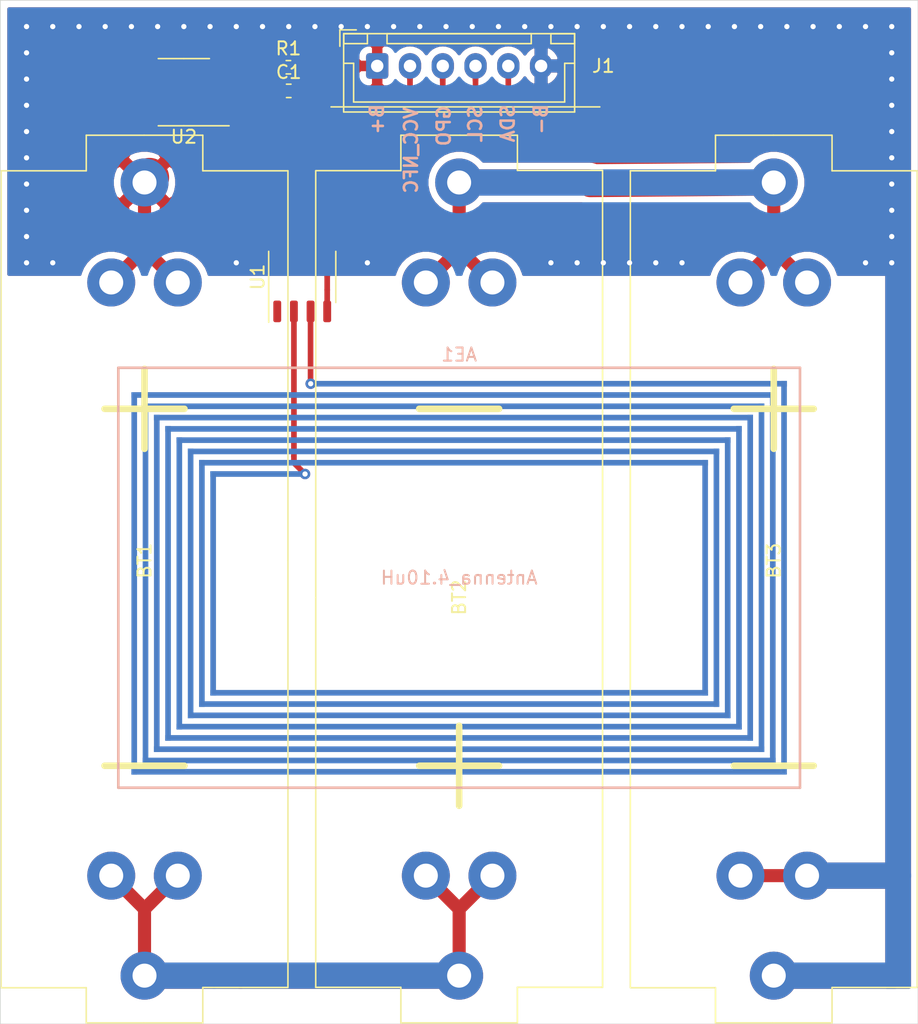
<source format=kicad_pcb>
(kicad_pcb (version 20171130) (host pcbnew "(5.1.5)-3")

  (general
    (thickness 1.6)
    (drawings 11)
    (tracks 135)
    (zones 0)
    (modules 9)
    (nets 13)
  )

  (page A4)
  (layers
    (0 F.Cu signal)
    (31 B.Cu signal)
    (32 B.Adhes user)
    (33 F.Adhes user)
    (34 B.Paste user)
    (35 F.Paste user)
    (36 B.SilkS user)
    (37 F.SilkS user)
    (38 B.Mask user)
    (39 F.Mask user)
    (40 Dwgs.User user)
    (41 Cmts.User user)
    (42 Eco1.User user)
    (43 Eco2.User user)
    (44 Edge.Cuts user)
    (45 Margin user)
    (46 B.CrtYd user)
    (47 F.CrtYd user)
    (48 B.Fab user)
    (49 F.Fab user)
  )

  (setup
    (last_trace_width 0.43)
    (user_trace_width 0.43)
    (user_trace_width 1)
    (user_trace_width 2)
    (user_trace_width 3)
    (trace_clearance 0.2)
    (zone_clearance 0.508)
    (zone_45_only no)
    (trace_min 0.2)
    (via_size 0.8)
    (via_drill 0.4)
    (via_min_size 0.4)
    (via_min_drill 0.3)
    (uvia_size 0.3)
    (uvia_drill 0.1)
    (uvias_allowed no)
    (uvia_min_size 0.3)
    (uvia_min_drill 0.1)
    (edge_width 0.05)
    (segment_width 0.2)
    (pcb_text_width 0.3)
    (pcb_text_size 1.5 1.5)
    (mod_edge_width 0.12)
    (mod_text_size 1 1)
    (mod_text_width 0.15)
    (pad_size 1.7 1.95)
    (pad_drill 0.95)
    (pad_to_mask_clearance 0.051)
    (solder_mask_min_width 0.25)
    (aux_axis_origin 0 0)
    (visible_elements 7FFFFFFF)
    (pcbplotparams
      (layerselection 0x010fc_ffffffff)
      (usegerberextensions true)
      (usegerberattributes false)
      (usegerberadvancedattributes false)
      (creategerberjobfile false)
      (excludeedgelayer true)
      (linewidth 0.100000)
      (plotframeref false)
      (viasonmask false)
      (mode 1)
      (useauxorigin false)
      (hpglpennumber 1)
      (hpglpenspeed 20)
      (hpglpendiameter 15.000000)
      (psnegative false)
      (psa4output false)
      (plotreference true)
      (plotvalue true)
      (plotinvisibletext false)
      (padsonsilk false)
      (subtractmaskfromsilk false)
      (outputformat 1)
      (mirror false)
      (drillshape 0)
      (scaleselection 1)
      (outputdirectory "gerber/"))
  )

  (net 0 "")
  (net 1 "Net-(AE1-Pad2)")
  (net 2 "Net-(AE1-Pad1)")
  (net 3 "Net-(BT1-Pad2)")
  (net 4 "Net-(BT1-Pad1)")
  (net 5 "Net-(BT2-Pad2)")
  (net 6 /Sheet5FAF080E/BATT_RET)
  (net 7 "Net-(C1-Pad1)")
  (net 8 "Net-(J1-Pad5)")
  (net 9 "Net-(J1-Pad4)")
  (net 10 "Net-(J1-Pad3)")
  (net 11 "Net-(J1-Pad2)")
  (net 12 +BATT)

  (net_class Default "This is the default net class."
    (clearance 0.2)
    (trace_width 0.25)
    (via_dia 0.8)
    (via_drill 0.4)
    (uvia_dia 0.3)
    (uvia_drill 0.1)
    (add_net +BATT)
    (add_net /Sheet5FAF080E/BATT_RET)
    (add_net "Net-(AE1-Pad1)")
    (add_net "Net-(AE1-Pad2)")
    (add_net "Net-(BT1-Pad1)")
    (add_net "Net-(BT1-Pad2)")
    (add_net "Net-(BT2-Pad2)")
    (add_net "Net-(C1-Pad1)")
    (add_net "Net-(J1-Pad2)")
    (add_net "Net-(J1-Pad3)")
    (add_net "Net-(J1-Pad4)")
    (add_net "Net-(J1-Pad5)")
  )

  (module NFC_hatch_tmp:18650_holder_SMD_65mm (layer F.Cu) (tedit 5FB443D3) (tstamp 5FB0F5AE)
    (at 177 94.7)
    (path /5FAF080F/5F434896)
    (fp_text reference BT3 (at 0 0 90) (layer F.SilkS)
      (effects (font (size 1 1) (thickness 0.15)))
    )
    (fp_text value 18650 (at -4.5 0 90) (layer F.Fab)
      (effects (font (size 1 1) (thickness 0.15)))
    )
    (fp_line (start -4.445 31.62) (end -5.565 31.62) (layer F.CrtYd) (width 0.12))
    (fp_line (start -5.565 22.22) (end 5.565 22.22) (layer F.CrtYd) (width 0.12))
    (fp_line (start 5.565 22.22) (end 5.565 31.62) (layer F.CrtYd) (width 0.12))
    (fp_line (start 4.445 31.62) (end 5.565 31.62) (layer F.CrtYd) (width 0.12))
    (fp_line (start -4.445 35.22) (end -4.445 31.62) (layer F.CrtYd) (width 0.12))
    (fp_line (start 4.445 35.22) (end 4.445 31.62) (layer F.CrtYd) (width 0.12))
    (fp_line (start 4.445 35.22) (end -4.445 35.22) (layer F.CrtYd) (width 0.12))
    (fp_line (start -5.565 31.62) (end -5.565 22.22) (layer F.CrtYd) (width 0.12))
    (fp_line (start 4.445 -32.42) (end 4.445 -28.82) (layer F.CrtYd) (width 0.12))
    (fp_line (start -4.445 -32.42) (end -4.445 -28.82) (layer F.CrtYd) (width 0.12))
    (fp_line (start -4.445 -28.82) (end -5.565 -28.82) (layer F.CrtYd) (width 0.12))
    (fp_line (start -5.565 -19.42) (end -5.565 -28.82) (layer F.CrtYd) (width 0.12))
    (fp_line (start 5.565 -19.42) (end -5.565 -19.42) (layer F.CrtYd) (width 0.12))
    (fp_line (start 5.565 -28.82) (end 5.565 -19.42) (layer F.CrtYd) (width 0.12))
    (fp_line (start 4.445 -28.82) (end 5.565 -28.82) (layer F.CrtYd) (width 0.12))
    (fp_line (start -4.445 -32.42) (end 4.445 -32.42) (layer F.CrtYd) (width 0.12))
    (fp_text user - (at 0 15) (layer F.SilkS)
      (effects (font (size 8 8) (thickness 0.5)))
    )
    (fp_text user + (at 0 -12.2) (layer F.SilkS)
      (effects (font (size 8 8) (thickness 0.5)))
    )
    (fp_line (start 4.445 -32.42) (end -0.03 -32.42) (layer F.SilkS) (width 0.12))
    (fp_line (start 10.94 -0.01) (end 10.94 -29.71) (layer F.SilkS) (width 0.12))
    (fp_line (start -0.06 35.22) (end 4.445 35.22) (layer F.SilkS) (width 0.12))
    (fp_line (start -4.445 32.54) (end -10.94 32.54) (layer F.SilkS) (width 0.12))
    (fp_line (start 4.445 -29.71) (end 10.94 -29.71) (layer F.SilkS) (width 0.12))
    (fp_line (start -10.94 -29.71) (end -4.445 -29.71) (layer F.SilkS) (width 0.12))
    (fp_line (start 10.94 32.52) (end 4.445 32.52) (layer F.SilkS) (width 0.12))
    (fp_line (start -4.445 35.22) (end -0.06 35.22) (layer F.SilkS) (width 0.12))
    (fp_line (start -4.445 35.22) (end -4.445 32.54) (layer F.SilkS) (width 0.12))
    (fp_line (start 4.445 -32.42) (end 4.445 -29.71) (layer F.SilkS) (width 0.12))
    (fp_line (start 4.445 35.22) (end 4.445 32.52) (layer F.SilkS) (width 0.12))
    (fp_line (start -10.94 -29.71) (end -10.94 32.49) (layer F.SilkS) (width 0.12))
    (fp_line (start -4.445 -32.42) (end -4.445 -29.71) (layer F.SilkS) (width 0.12))
    (fp_line (start 10.94 32.49) (end 10.94 -0.01) (layer F.SilkS) (width 0.12))
    (fp_line (start -0.03 -32.42) (end -4.445 -32.42) (layer F.SilkS) (width 0.12))
    (pad 2 thru_hole circle (at 0 31.62) (size 3.66 3.66) (drill 1.83) (layers *.Cu *.Mask)
      (net 6 /Sheet5FAF080E/BATT_RET))
    (pad 1 thru_hole circle (at 0 -28.82) (size 3.66 3.66) (drill 1.83) (layers *.Cu *.Mask)
      (net 5 "Net-(BT2-Pad2)"))
    (pad 2 thru_hole circle (at 2.54 24) (size 3.66 3.66) (drill 1.83) (layers *.Cu *.Mask)
      (net 6 /Sheet5FAF080E/BATT_RET))
    (pad 2 thru_hole circle (at -2.54 24) (size 3.66 3.66) (drill 1.83) (layers *.Cu *.Mask)
      (net 6 /Sheet5FAF080E/BATT_RET))
    (pad 1 thru_hole circle (at 2.54 -21.2) (size 3.66 3.66) (drill 1.83) (layers *.Cu *.Mask)
      (net 5 "Net-(BT2-Pad2)"))
    (pad 1 thru_hole circle (at -2.54 -21.2) (size 3.66 3.66) (drill 1.83) (layers *.Cu *.Mask)
      (net 5 "Net-(BT2-Pad2)"))
  )

  (module NFC_hatch_tmp:18650_holder_SMD_65mm (layer F.Cu) (tedit 5FB443D3) (tstamp 5FB0F593)
    (at 153 97.5 180)
    (path /5FAF080F/5F434D15)
    (fp_text reference BT2 (at 0 0 90) (layer F.SilkS)
      (effects (font (size 1 1) (thickness 0.15)))
    )
    (fp_text value 18650 (at -4.5 0 90) (layer F.Fab)
      (effects (font (size 1 1) (thickness 0.15)))
    )
    (fp_line (start -4.445 31.62) (end -5.565 31.62) (layer F.CrtYd) (width 0.12))
    (fp_line (start -5.565 22.22) (end 5.565 22.22) (layer F.CrtYd) (width 0.12))
    (fp_line (start 5.565 22.22) (end 5.565 31.62) (layer F.CrtYd) (width 0.12))
    (fp_line (start 4.445 31.62) (end 5.565 31.62) (layer F.CrtYd) (width 0.12))
    (fp_line (start -4.445 35.22) (end -4.445 31.62) (layer F.CrtYd) (width 0.12))
    (fp_line (start 4.445 35.22) (end 4.445 31.62) (layer F.CrtYd) (width 0.12))
    (fp_line (start 4.445 35.22) (end -4.445 35.22) (layer F.CrtYd) (width 0.12))
    (fp_line (start -5.565 31.62) (end -5.565 22.22) (layer F.CrtYd) (width 0.12))
    (fp_line (start 4.445 -32.42) (end 4.445 -28.82) (layer F.CrtYd) (width 0.12))
    (fp_line (start -4.445 -32.42) (end -4.445 -28.82) (layer F.CrtYd) (width 0.12))
    (fp_line (start -4.445 -28.82) (end -5.565 -28.82) (layer F.CrtYd) (width 0.12))
    (fp_line (start -5.565 -19.42) (end -5.565 -28.82) (layer F.CrtYd) (width 0.12))
    (fp_line (start 5.565 -19.42) (end -5.565 -19.42) (layer F.CrtYd) (width 0.12))
    (fp_line (start 5.565 -28.82) (end 5.565 -19.42) (layer F.CrtYd) (width 0.12))
    (fp_line (start 4.445 -28.82) (end 5.565 -28.82) (layer F.CrtYd) (width 0.12))
    (fp_line (start -4.445 -32.42) (end 4.445 -32.42) (layer F.CrtYd) (width 0.12))
    (fp_text user - (at 0 15) (layer F.SilkS)
      (effects (font (size 8 8) (thickness 0.5)))
    )
    (fp_text user + (at 0 -12.2) (layer F.SilkS)
      (effects (font (size 8 8) (thickness 0.5)))
    )
    (fp_line (start 4.445 -32.42) (end -0.03 -32.42) (layer F.SilkS) (width 0.12))
    (fp_line (start 10.94 -0.01) (end 10.94 -29.71) (layer F.SilkS) (width 0.12))
    (fp_line (start -0.06 35.22) (end 4.445 35.22) (layer F.SilkS) (width 0.12))
    (fp_line (start -4.445 32.54) (end -10.94 32.54) (layer F.SilkS) (width 0.12))
    (fp_line (start 4.445 -29.71) (end 10.94 -29.71) (layer F.SilkS) (width 0.12))
    (fp_line (start -10.94 -29.71) (end -4.445 -29.71) (layer F.SilkS) (width 0.12))
    (fp_line (start 10.94 32.52) (end 4.445 32.52) (layer F.SilkS) (width 0.12))
    (fp_line (start -4.445 35.22) (end -0.06 35.22) (layer F.SilkS) (width 0.12))
    (fp_line (start -4.445 35.22) (end -4.445 32.54) (layer F.SilkS) (width 0.12))
    (fp_line (start 4.445 -32.42) (end 4.445 -29.71) (layer F.SilkS) (width 0.12))
    (fp_line (start 4.445 35.22) (end 4.445 32.52) (layer F.SilkS) (width 0.12))
    (fp_line (start -10.94 -29.71) (end -10.94 32.49) (layer F.SilkS) (width 0.12))
    (fp_line (start -4.445 -32.42) (end -4.445 -29.71) (layer F.SilkS) (width 0.12))
    (fp_line (start 10.94 32.49) (end 10.94 -0.01) (layer F.SilkS) (width 0.12))
    (fp_line (start -0.03 -32.42) (end -4.445 -32.42) (layer F.SilkS) (width 0.12))
    (pad 2 thru_hole circle (at 0 31.62 180) (size 3.66 3.66) (drill 1.83) (layers *.Cu *.Mask)
      (net 5 "Net-(BT2-Pad2)"))
    (pad 1 thru_hole circle (at 0 -28.82 180) (size 3.66 3.66) (drill 1.83) (layers *.Cu *.Mask)
      (net 3 "Net-(BT1-Pad2)"))
    (pad 2 thru_hole circle (at 2.54 24 180) (size 3.66 3.66) (drill 1.83) (layers *.Cu *.Mask)
      (net 5 "Net-(BT2-Pad2)"))
    (pad 2 thru_hole circle (at -2.54 24 180) (size 3.66 3.66) (drill 1.83) (layers *.Cu *.Mask)
      (net 5 "Net-(BT2-Pad2)"))
    (pad 1 thru_hole circle (at 2.54 -21.2 180) (size 3.66 3.66) (drill 1.83) (layers *.Cu *.Mask)
      (net 3 "Net-(BT1-Pad2)"))
    (pad 1 thru_hole circle (at -2.54 -21.2 180) (size 3.66 3.66) (drill 1.83) (layers *.Cu *.Mask)
      (net 3 "Net-(BT1-Pad2)"))
  )

  (module NFC_hatch_tmp:18650_holder_SMD_65mm (layer F.Cu) (tedit 5FB443D3) (tstamp 5FB0F578)
    (at 129 94.7)
    (path /5FAF080F/5F43518D)
    (fp_text reference BT1 (at 0 0 90) (layer F.SilkS)
      (effects (font (size 1 1) (thickness 0.15)))
    )
    (fp_text value 18650 (at -4.5 0 90) (layer F.Fab)
      (effects (font (size 1 1) (thickness 0.15)))
    )
    (fp_line (start -4.445 31.62) (end -5.565 31.62) (layer F.CrtYd) (width 0.12))
    (fp_line (start -5.565 22.22) (end 5.565 22.22) (layer F.CrtYd) (width 0.12))
    (fp_line (start 5.565 22.22) (end 5.565 31.62) (layer F.CrtYd) (width 0.12))
    (fp_line (start 4.445 31.62) (end 5.565 31.62) (layer F.CrtYd) (width 0.12))
    (fp_line (start -4.445 35.22) (end -4.445 31.62) (layer F.CrtYd) (width 0.12))
    (fp_line (start 4.445 35.22) (end 4.445 31.62) (layer F.CrtYd) (width 0.12))
    (fp_line (start 4.445 35.22) (end -4.445 35.22) (layer F.CrtYd) (width 0.12))
    (fp_line (start -5.565 31.62) (end -5.565 22.22) (layer F.CrtYd) (width 0.12))
    (fp_line (start 4.445 -32.42) (end 4.445 -28.82) (layer F.CrtYd) (width 0.12))
    (fp_line (start -4.445 -32.42) (end -4.445 -28.82) (layer F.CrtYd) (width 0.12))
    (fp_line (start -4.445 -28.82) (end -5.565 -28.82) (layer F.CrtYd) (width 0.12))
    (fp_line (start -5.565 -19.42) (end -5.565 -28.82) (layer F.CrtYd) (width 0.12))
    (fp_line (start 5.565 -19.42) (end -5.565 -19.42) (layer F.CrtYd) (width 0.12))
    (fp_line (start 5.565 -28.82) (end 5.565 -19.42) (layer F.CrtYd) (width 0.12))
    (fp_line (start 4.445 -28.82) (end 5.565 -28.82) (layer F.CrtYd) (width 0.12))
    (fp_line (start -4.445 -32.42) (end 4.445 -32.42) (layer F.CrtYd) (width 0.12))
    (fp_text user - (at 0 15) (layer F.SilkS)
      (effects (font (size 8 8) (thickness 0.5)))
    )
    (fp_text user + (at 0 -12.2) (layer F.SilkS)
      (effects (font (size 8 8) (thickness 0.5)))
    )
    (fp_line (start 4.445 -32.42) (end -0.03 -32.42) (layer F.SilkS) (width 0.12))
    (fp_line (start 10.94 -0.01) (end 10.94 -29.71) (layer F.SilkS) (width 0.12))
    (fp_line (start -0.06 35.22) (end 4.445 35.22) (layer F.SilkS) (width 0.12))
    (fp_line (start -4.445 32.54) (end -10.94 32.54) (layer F.SilkS) (width 0.12))
    (fp_line (start 4.445 -29.71) (end 10.94 -29.71) (layer F.SilkS) (width 0.12))
    (fp_line (start -10.94 -29.71) (end -4.445 -29.71) (layer F.SilkS) (width 0.12))
    (fp_line (start 10.94 32.52) (end 4.445 32.52) (layer F.SilkS) (width 0.12))
    (fp_line (start -4.445 35.22) (end -0.06 35.22) (layer F.SilkS) (width 0.12))
    (fp_line (start -4.445 35.22) (end -4.445 32.54) (layer F.SilkS) (width 0.12))
    (fp_line (start 4.445 -32.42) (end 4.445 -29.71) (layer F.SilkS) (width 0.12))
    (fp_line (start 4.445 35.22) (end 4.445 32.52) (layer F.SilkS) (width 0.12))
    (fp_line (start -10.94 -29.71) (end -10.94 32.49) (layer F.SilkS) (width 0.12))
    (fp_line (start -4.445 -32.42) (end -4.445 -29.71) (layer F.SilkS) (width 0.12))
    (fp_line (start 10.94 32.49) (end 10.94 -0.01) (layer F.SilkS) (width 0.12))
    (fp_line (start -0.03 -32.42) (end -4.445 -32.42) (layer F.SilkS) (width 0.12))
    (pad 2 thru_hole circle (at 0 31.62) (size 3.66 3.66) (drill 1.83) (layers *.Cu *.Mask)
      (net 3 "Net-(BT1-Pad2)"))
    (pad 1 thru_hole circle (at 0 -28.82) (size 3.66 3.66) (drill 1.83) (layers *.Cu *.Mask)
      (net 4 "Net-(BT1-Pad1)"))
    (pad 2 thru_hole circle (at 2.54 24) (size 3.66 3.66) (drill 1.83) (layers *.Cu *.Mask)
      (net 3 "Net-(BT1-Pad2)"))
    (pad 2 thru_hole circle (at -2.54 24) (size 3.66 3.66) (drill 1.83) (layers *.Cu *.Mask)
      (net 3 "Net-(BT1-Pad2)"))
    (pad 1 thru_hole circle (at 2.54 -21.2) (size 3.66 3.66) (drill 1.83) (layers *.Cu *.Mask)
      (net 4 "Net-(BT1-Pad1)"))
    (pad 1 thru_hole circle (at -2.54 -21.2) (size 3.66 3.66) (drill 1.83) (layers *.Cu *.Mask)
      (net 4 "Net-(BT1-Pad1)"))
  )

  (module NFC_18650_battery_holder:Antenna_4.10uH (layer B.Cu) (tedit 5FB43CD6) (tstamp 5FB4A456)
    (at 153 96 180)
    (descr "A NFC antenna tuned for 13.56MHz")
    (tags Antenna)
    (path /5FAE3919)
    (fp_text reference AE1 (at 0 17) (layer B.SilkS)
      (effects (font (size 1 1) (thickness 0.15)) (justify mirror))
    )
    (fp_text value Antenna_4.10uH (at 0 0) (layer B.SilkS)
      (effects (font (size 1 1) (thickness 0.15)) (justify mirror))
    )
    (fp_line (start 26 16) (end -26 16) (layer B.SilkS) (width 0.2))
    (fp_line (start 26 -16) (end -26 -16) (layer B.SilkS) (width 0.2))
    (fp_line (start 26 16) (end 26 -16) (layer B.SilkS) (width 0.2))
    (fp_line (start -26 16) (end -26 -16) (layer B.SilkS) (width 0.2))
    (fp_line (start 28 18) (end -28 18) (layer B.CrtYd) (width 0.2))
    (fp_line (start 28 -18) (end -28 -18) (layer B.CrtYd) (width 0.2))
    (fp_line (start 28 18) (end 28 -18) (layer B.CrtYd) (width 0.2))
    (fp_line (start -28 18) (end -28 -18) (layer B.CrtYd) (width 0.2))
    (fp_poly (pts (xy 11.54 15) (xy -25 15) (xy -25 14.57) (xy 11.54 14.57)) (layer B.Cu) (width 0))
    (fp_poly (pts (xy 25 14.14) (xy -24.14 14.14) (xy -24.14 13.71) (xy 25 13.71)) (layer B.Cu) (width 0))
    (fp_poly (pts (xy 24.14 13.28) (xy -23.28 13.28) (xy -23.28 12.85) (xy 24.14 12.85)) (layer B.Cu) (width 0))
    (fp_poly (pts (xy 23.28 12.42) (xy -22.42 12.42) (xy -22.42 11.99) (xy 23.28 11.99)) (layer B.Cu) (width 0))
    (fp_poly (pts (xy 22.42 11.56) (xy -21.56 11.56) (xy -21.56 11.13) (xy 22.42 11.13)) (layer B.Cu) (width 0))
    (fp_poly (pts (xy 21.56 10.7) (xy -20.7 10.7) (xy -20.7 10.27) (xy 21.56 10.27)) (layer B.Cu) (width 0))
    (fp_poly (pts (xy 20.7 9.84) (xy -19.84 9.84) (xy -19.84 9.41) (xy 20.7 9.41)) (layer B.Cu) (width 0))
    (fp_poly (pts (xy 19.84 8.98) (xy -18.98 8.98) (xy -18.98 8.55) (xy 19.84 8.55)) (layer B.Cu) (width 0))
    (fp_poly (pts (xy 18.98 8.12) (xy 11.54 8.12) (xy 11.54 7.69) (xy 18.98 7.69)) (layer B.Cu) (width 0))
    (fp_poly (pts (xy -25 15) (xy -25 -15) (xy -24.57 -15) (xy -24.57 15)) (layer B.Cu) (width 0))
    (fp_poly (pts (xy -24.14 14.14) (xy -24.14 -14.14) (xy -23.71 -14.14) (xy -23.71 14.14)) (layer B.Cu) (width 0))
    (fp_poly (pts (xy -23.28 13.28) (xy -23.28 -13.28) (xy -22.85 -13.28) (xy -22.85 13.28)) (layer B.Cu) (width 0))
    (fp_poly (pts (xy -22.42 12.42) (xy -22.42 -12.42) (xy -21.99 -12.42) (xy -21.99 12.42)) (layer B.Cu) (width 0))
    (fp_poly (pts (xy -21.56 11.56) (xy -21.56 -11.56) (xy -21.13 -11.56) (xy -21.13 11.56)) (layer B.Cu) (width 0))
    (fp_poly (pts (xy -20.7 10.7) (xy -20.7 -10.7) (xy -20.27 -10.7) (xy -20.27 10.7)) (layer B.Cu) (width 0))
    (fp_poly (pts (xy -19.84 9.84) (xy -19.84 -9.84) (xy -19.41 -9.84) (xy -19.41 9.84)) (layer B.Cu) (width 0))
    (fp_poly (pts (xy -18.98 8.98) (xy -18.98 -8.98) (xy -18.55 -8.98) (xy -18.55 8.98)) (layer B.Cu) (width 0))
    (fp_poly (pts (xy 25 -15) (xy 25 14.14) (xy 24.57 14.14) (xy 24.57 -15)) (layer B.Cu) (width 0))
    (fp_poly (pts (xy 24.14 -14.14) (xy 24.14 13.28) (xy 23.71 13.28) (xy 23.71 -14.14)) (layer B.Cu) (width 0))
    (fp_poly (pts (xy 23.28 -13.28) (xy 23.28 12.42) (xy 22.85 12.42) (xy 22.85 -13.28)) (layer B.Cu) (width 0))
    (fp_poly (pts (xy 22.42 -12.42) (xy 22.42 11.56) (xy 21.99 11.56) (xy 21.99 -12.42)) (layer B.Cu) (width 0))
    (fp_poly (pts (xy 21.56 -11.56) (xy 21.56 10.7) (xy 21.13 10.7) (xy 21.13 -11.56)) (layer B.Cu) (width 0))
    (fp_poly (pts (xy 20.7 -10.7) (xy 20.7 9.84) (xy 20.27 9.84) (xy 20.27 -10.7)) (layer B.Cu) (width 0))
    (fp_poly (pts (xy 19.84 -9.84) (xy 19.84 8.98) (xy 19.41 8.98) (xy 19.41 -9.84)) (layer B.Cu) (width 0))
    (fp_poly (pts (xy 18.98 -8.98) (xy 18.98 8.12) (xy 18.55 8.12) (xy 18.55 -8.98)) (layer B.Cu) (width 0))
    (fp_poly (pts (xy 25 -15) (xy -24.57 -15) (xy -24.57 -14.57) (xy 25 -14.57)) (layer B.Cu) (width 0))
    (fp_poly (pts (xy 24.14 -14.14) (xy -24.14 -14.14) (xy -24.14 -13.71) (xy 24.14 -13.71)) (layer B.Cu) (width 0))
    (fp_poly (pts (xy 23.28 -13.28) (xy -23.28 -13.28) (xy -23.28 -12.85) (xy 23.28 -12.85)) (layer B.Cu) (width 0))
    (fp_poly (pts (xy 22.42 -12.42) (xy -22.42 -12.42) (xy -22.42 -11.99) (xy 22.42 -11.99)) (layer B.Cu) (width 0))
    (fp_poly (pts (xy 21.56 -11.56) (xy -21.56 -11.56) (xy -21.56 -11.13) (xy 21.56 -11.13)) (layer B.Cu) (width 0))
    (fp_poly (pts (xy 20.7 -10.7) (xy -20.7 -10.7) (xy -20.7 -10.27) (xy 20.7 -10.27)) (layer B.Cu) (width 0))
    (fp_poly (pts (xy 19.84 -9.84) (xy -19.84 -9.84) (xy -19.84 -9.41) (xy 19.84 -9.41)) (layer B.Cu) (width 0))
    (fp_poly (pts (xy 18.98 -8.98) (xy -18.98 -8.98) (xy -18.98 -8.55) (xy 18.98 -8.55)) (layer B.Cu) (width 0))
    (pad 1 thru_hole circle (at 11.325 14.785 180) (size 0.8 0.8) (drill 0.4) (layers *.Cu)
      (net 2 "Net-(AE1-Pad1)"))
    (pad 2 thru_hole circle (at 11.755 7.905 180) (size 0.8 0.8) (drill 0.4) (layers *.Cu)
      (net 1 "Net-(AE1-Pad2)"))
  )

  (module Package_SO:SOP-8_3.9x4.9mm_P1.27mm (layer F.Cu) (tedit 5D9F72B1) (tstamp 5FB45109)
    (at 141.03 73.08 90)
    (descr "SOP, 8 Pin (http://www.macronix.com/Lists/Datasheet/Attachments/7534/MX25R3235F,%20Wide%20Range,%2032Mb,%20v1.6.pdf#page=79), generated with kicad-footprint-generator ipc_gullwing_generator.py")
    (tags "SOP SO")
    (path /5FAE5573)
    (attr smd)
    (fp_text reference U1 (at 0 -3.4 90) (layer F.SilkS)
      (effects (font (size 1 1) (thickness 0.15)))
    )
    (fp_text value ST25DV_8p (at 0 3.4 90) (layer F.Fab)
      (effects (font (size 1 1) (thickness 0.15)))
    )
    (fp_text user %R (at 0 0 90) (layer F.Fab)
      (effects (font (size 0.98 0.98) (thickness 0.15)))
    )
    (fp_line (start 3.7 -2.7) (end -3.7 -2.7) (layer F.CrtYd) (width 0.05))
    (fp_line (start 3.7 2.7) (end 3.7 -2.7) (layer F.CrtYd) (width 0.05))
    (fp_line (start -3.7 2.7) (end 3.7 2.7) (layer F.CrtYd) (width 0.05))
    (fp_line (start -3.7 -2.7) (end -3.7 2.7) (layer F.CrtYd) (width 0.05))
    (fp_line (start -1.95 -1.475) (end -0.975 -2.45) (layer F.Fab) (width 0.1))
    (fp_line (start -1.95 2.45) (end -1.95 -1.475) (layer F.Fab) (width 0.1))
    (fp_line (start 1.95 2.45) (end -1.95 2.45) (layer F.Fab) (width 0.1))
    (fp_line (start 1.95 -2.45) (end 1.95 2.45) (layer F.Fab) (width 0.1))
    (fp_line (start -0.975 -2.45) (end 1.95 -2.45) (layer F.Fab) (width 0.1))
    (fp_line (start 0 -2.56) (end -3.45 -2.56) (layer F.SilkS) (width 0.12))
    (fp_line (start 0 -2.56) (end 1.95 -2.56) (layer F.SilkS) (width 0.12))
    (fp_line (start 0 2.56) (end -1.95 2.56) (layer F.SilkS) (width 0.12))
    (fp_line (start 0 2.56) (end 1.95 2.56) (layer F.SilkS) (width 0.12))
    (pad 8 smd roundrect (at 2.625 -1.905 90) (size 1.65 0.6) (layers F.Cu F.Paste F.Mask) (roundrect_rratio 0.25)
      (net 11 "Net-(J1-Pad2)"))
    (pad 7 smd roundrect (at 2.625 -0.635 90) (size 1.65 0.6) (layers F.Cu F.Paste F.Mask) (roundrect_rratio 0.25)
      (net 10 "Net-(J1-Pad3)"))
    (pad 6 smd roundrect (at 2.625 0.635 90) (size 1.65 0.6) (layers F.Cu F.Paste F.Mask) (roundrect_rratio 0.25)
      (net 9 "Net-(J1-Pad4)"))
    (pad 5 smd roundrect (at 2.625 1.905 90) (size 1.65 0.6) (layers F.Cu F.Paste F.Mask) (roundrect_rratio 0.25)
      (net 8 "Net-(J1-Pad5)"))
    (pad 4 smd roundrect (at -2.625 1.905 90) (size 1.65 0.6) (layers F.Cu F.Paste F.Mask) (roundrect_rratio 0.25)
      (net 6 /Sheet5FAF080E/BATT_RET))
    (pad 3 smd roundrect (at -2.625 0.635 90) (size 1.65 0.6) (layers F.Cu F.Paste F.Mask) (roundrect_rratio 0.25)
      (net 2 "Net-(AE1-Pad1)"))
    (pad 2 smd roundrect (at -2.625 -0.635 90) (size 1.65 0.6) (layers F.Cu F.Paste F.Mask) (roundrect_rratio 0.25)
      (net 1 "Net-(AE1-Pad2)"))
    (pad 1 smd roundrect (at -2.625 -1.905 90) (size 1.65 0.6) (layers F.Cu F.Paste F.Mask) (roundrect_rratio 0.25))
    (model ${KISYS3DMOD}/Package_SO.3dshapes/SOP-8_3.9x4.9mm_P1.27mm.wrl
      (at (xyz 0 0 0))
      (scale (xyz 1 1 1))
      (rotate (xyz 0 0 0))
    )
  )

  (module Connector_JST:JST_XH_B6B-XH-A_1x06_P2.50mm_Vertical (layer F.Cu) (tedit 5FB42A47) (tstamp 5FB057BE)
    (at 146.75 57)
    (descr "JST XH series connector, B6B-XH-A (http://www.jst-mfg.com/product/pdf/eng/eXH.pdf), generated with kicad-footprint-generator")
    (tags "connector JST XH vertical")
    (path /5FAFC15A)
    (fp_text reference J1 (at 17.25 0) (layer F.SilkS)
      (effects (font (size 1 1) (thickness 0.15)))
    )
    (fp_text value Conn_01x06_Female (at 6.25 2) (layer F.Fab)
      (effects (font (size 1 1) (thickness 0.15)))
    )
    (fp_text user %R (at 6.25 2.7) (layer F.Fab)
      (effects (font (size 1 1) (thickness 0.15)))
    )
    (fp_line (start -2.85 -2.75) (end -2.85 -1.5) (layer F.SilkS) (width 0.12))
    (fp_line (start -1.6 -2.75) (end -2.85 -2.75) (layer F.SilkS) (width 0.12))
    (fp_line (start 14.3 2.75) (end 6.25 2.75) (layer F.SilkS) (width 0.12))
    (fp_line (start 14.3 -0.2) (end 14.3 2.75) (layer F.SilkS) (width 0.12))
    (fp_line (start 15.05 -0.2) (end 14.3 -0.2) (layer F.SilkS) (width 0.12))
    (fp_line (start -1.8 2.75) (end 6.25 2.75) (layer F.SilkS) (width 0.12))
    (fp_line (start -1.8 -0.2) (end -1.8 2.75) (layer F.SilkS) (width 0.12))
    (fp_line (start -2.55 -0.2) (end -1.8 -0.2) (layer F.SilkS) (width 0.12))
    (fp_line (start 15.05 -2.45) (end 13.25 -2.45) (layer F.SilkS) (width 0.12))
    (fp_line (start 15.05 -1.7) (end 15.05 -2.45) (layer F.SilkS) (width 0.12))
    (fp_line (start 13.25 -1.7) (end 15.05 -1.7) (layer F.SilkS) (width 0.12))
    (fp_line (start 13.25 -2.45) (end 13.25 -1.7) (layer F.SilkS) (width 0.12))
    (fp_line (start -0.75 -2.45) (end -2.55 -2.45) (layer F.SilkS) (width 0.12))
    (fp_line (start -0.75 -1.7) (end -0.75 -2.45) (layer F.SilkS) (width 0.12))
    (fp_line (start -2.55 -1.7) (end -0.75 -1.7) (layer F.SilkS) (width 0.12))
    (fp_line (start -2.55 -2.45) (end -2.55 -1.7) (layer F.SilkS) (width 0.12))
    (fp_line (start 11.75 -2.45) (end 0.75 -2.45) (layer F.SilkS) (width 0.12))
    (fp_line (start 11.75 -1.7) (end 11.75 -2.45) (layer F.SilkS) (width 0.12))
    (fp_line (start 0.75 -1.7) (end 11.75 -1.7) (layer F.SilkS) (width 0.12))
    (fp_line (start 0.75 -2.45) (end 0.75 -1.7) (layer F.SilkS) (width 0.12))
    (fp_line (start 0 -1.35) (end 0.625 -2.35) (layer F.Fab) (width 0.1))
    (fp_line (start -0.625 -2.35) (end 0 -1.35) (layer F.Fab) (width 0.1))
    (fp_line (start 15.45 -2.85) (end -2.95 -2.85) (layer F.CrtYd) (width 0.05))
    (fp_line (start 15.45 3.9) (end 15.45 -2.85) (layer F.CrtYd) (width 0.05))
    (fp_line (start -2.95 3.9) (end 15.45 3.9) (layer F.CrtYd) (width 0.05))
    (fp_line (start -2.95 -2.85) (end -2.95 3.9) (layer F.CrtYd) (width 0.05))
    (fp_line (start 15.06 -2.46) (end -2.56 -2.46) (layer F.SilkS) (width 0.12))
    (fp_line (start 15.06 3.51) (end 15.06 -2.46) (layer F.SilkS) (width 0.12))
    (fp_line (start -2.56 3.51) (end 15.06 3.51) (layer F.SilkS) (width 0.12))
    (fp_line (start -2.56 -2.46) (end -2.56 3.51) (layer F.SilkS) (width 0.12))
    (fp_line (start 14.95 -2.35) (end -2.45 -2.35) (layer F.Fab) (width 0.1))
    (fp_line (start 14.95 3.4) (end 14.95 -2.35) (layer F.Fab) (width 0.1))
    (fp_line (start -2.45 3.4) (end 14.95 3.4) (layer F.Fab) (width 0.1))
    (fp_line (start -2.45 -2.35) (end -2.45 3.4) (layer F.Fab) (width 0.1))
    (pad 6 thru_hole oval (at 12.5 0) (size 1.7 1.95) (drill 0.95) (layers *.Cu *.Mask)
      (net 6 /Sheet5FAF080E/BATT_RET))
    (pad 5 thru_hole oval (at 10 0) (size 1.7 1.95) (drill 0.95) (layers *.Cu *.Mask)
      (net 8 "Net-(J1-Pad5)"))
    (pad 4 thru_hole oval (at 7.5 0) (size 1.7 1.95) (drill 0.95) (layers *.Cu *.Mask)
      (net 9 "Net-(J1-Pad4)"))
    (pad 3 thru_hole oval (at 5 0) (size 1.7 1.95) (drill 0.95) (layers *.Cu *.Mask)
      (net 10 "Net-(J1-Pad3)"))
    (pad 2 thru_hole oval (at 2.5 0) (size 1.7 1.95) (drill 0.95) (layers *.Cu *.Mask)
      (net 11 "Net-(J1-Pad2)"))
    (pad 1 thru_hole roundrect (at 0 0) (size 1.7 1.95) (drill 0.95) (layers *.Cu *.Mask) (roundrect_rratio 0.147059)
      (net 12 +BATT))
    (model ${KISYS3DMOD}/Connector_JST.3dshapes/JST_XH_B6B-XH-A_1x06_P2.50mm_Vertical.wrl
      (at (xyz 0 0 0))
      (scale (xyz 1 1 1))
      (rotate (xyz 0 0 0))
    )
  )

  (module Package_SO:SOP-8_3.9x4.9mm_P1.27mm (layer F.Cu) (tedit 5D9F72B1) (tstamp 5FB05B7C)
    (at 132 59 180)
    (descr "SOP, 8 Pin (http://www.macronix.com/Lists/Datasheet/Attachments/7534/MX25R3235F,%20Wide%20Range,%2032Mb,%20v1.6.pdf#page=79), generated with kicad-footprint-generator ipc_gullwing_generator.py")
    (tags "SOP SO")
    (path /5FAF080F/5F40404B)
    (attr smd)
    (fp_text reference U2 (at 0 -3.4) (layer F.SilkS)
      (effects (font (size 1 1) (thickness 0.15)))
    )
    (fp_text value MCQ4407 (at 0 3.4) (layer F.Fab)
      (effects (font (size 1 1) (thickness 0.15)))
    )
    (fp_line (start 0 2.56) (end 1.95 2.56) (layer F.SilkS) (width 0.12))
    (fp_line (start 0 2.56) (end -1.95 2.56) (layer F.SilkS) (width 0.12))
    (fp_line (start 0 -2.56) (end 1.95 -2.56) (layer F.SilkS) (width 0.12))
    (fp_line (start 0 -2.56) (end -3.45 -2.56) (layer F.SilkS) (width 0.12))
    (fp_line (start -0.975 -2.45) (end 1.95 -2.45) (layer F.Fab) (width 0.1))
    (fp_line (start 1.95 -2.45) (end 1.95 2.45) (layer F.Fab) (width 0.1))
    (fp_line (start 1.95 2.45) (end -1.95 2.45) (layer F.Fab) (width 0.1))
    (fp_line (start -1.95 2.45) (end -1.95 -1.475) (layer F.Fab) (width 0.1))
    (fp_line (start -1.95 -1.475) (end -0.975 -2.45) (layer F.Fab) (width 0.1))
    (fp_line (start -3.7 -2.7) (end -3.7 2.7) (layer F.CrtYd) (width 0.05))
    (fp_line (start -3.7 2.7) (end 3.7 2.7) (layer F.CrtYd) (width 0.05))
    (fp_line (start 3.7 2.7) (end 3.7 -2.7) (layer F.CrtYd) (width 0.05))
    (fp_line (start 3.7 -2.7) (end -3.7 -2.7) (layer F.CrtYd) (width 0.05))
    (fp_text user %R (at 0 0) (layer F.Fab)
      (effects (font (size 0.98 0.98) (thickness 0.15)))
    )
    (pad 1 smd roundrect (at -2.625 -1.905 180) (size 1.65 0.6) (layers F.Cu F.Paste F.Mask) (roundrect_rratio 0.25)
      (net 12 +BATT))
    (pad 2 smd roundrect (at -2.625 -0.635 180) (size 1.65 0.6) (layers F.Cu F.Paste F.Mask) (roundrect_rratio 0.25)
      (net 12 +BATT))
    (pad 3 smd roundrect (at -2.625 0.635 180) (size 1.65 0.6) (layers F.Cu F.Paste F.Mask) (roundrect_rratio 0.25)
      (net 12 +BATT))
    (pad 4 smd roundrect (at -2.625 1.905 180) (size 1.65 0.6) (layers F.Cu F.Paste F.Mask) (roundrect_rratio 0.25)
      (net 7 "Net-(C1-Pad1)"))
    (pad 5 smd roundrect (at 2.625 1.905 180) (size 1.65 0.6) (layers F.Cu F.Paste F.Mask) (roundrect_rratio 0.25)
      (net 4 "Net-(BT1-Pad1)"))
    (pad 6 smd roundrect (at 2.625 0.635 180) (size 1.65 0.6) (layers F.Cu F.Paste F.Mask) (roundrect_rratio 0.25)
      (net 4 "Net-(BT1-Pad1)"))
    (pad 7 smd roundrect (at 2.625 -0.635 180) (size 1.65 0.6) (layers F.Cu F.Paste F.Mask) (roundrect_rratio 0.25)
      (net 4 "Net-(BT1-Pad1)"))
    (pad 8 smd roundrect (at 2.625 -1.905 180) (size 1.65 0.6) (layers F.Cu F.Paste F.Mask) (roundrect_rratio 0.25)
      (net 4 "Net-(BT1-Pad1)"))
    (model ${KISYS3DMOD}/Package_SO.3dshapes/SOP-8_3.9x4.9mm_P1.27mm.wrl
      (at (xyz 0 0 0))
      (scale (xyz 1 1 1))
      (rotate (xyz 0 0 0))
    )
  )

  (module Resistor_SMD:R_0603_1608Metric_Pad1.05x0.95mm_HandSolder (layer F.Cu) (tedit 5FB0046C) (tstamp 5FB057CF)
    (at 139.975 57.1)
    (descr "Resistor SMD 0603 (1608 Metric), square (rectangular) end terminal, IPC_7351 nominal with elongated pad for handsoldering. (Body size source: http://www.tortai-tech.com/upload/download/2011102023233369053.pdf), generated with kicad-footprint-generator")
    (tags "resistor handsolder")
    (path /5FAF080F/5F417BFA)
    (attr smd)
    (fp_text reference R1 (at 0 -1.43) (layer F.SilkS)
      (effects (font (size 1 1) (thickness 0.15)))
    )
    (fp_text value 1k (at 0 1.43) (layer F.Fab)
      (effects (font (size 1 1) (thickness 0.15)))
    )
    (fp_text user %R (at 0 0) (layer F.Fab)
      (effects (font (size 0.4 0.4) (thickness 0.06)))
    )
    (fp_line (start 1.65 0.73) (end -1.65 0.73) (layer F.CrtYd) (width 0.05))
    (fp_line (start 1.65 -0.73) (end 1.65 0.73) (layer F.CrtYd) (width 0.05))
    (fp_line (start -1.65 -0.73) (end 1.65 -0.73) (layer F.CrtYd) (width 0.05))
    (fp_line (start -1.65 0.73) (end -1.65 -0.73) (layer F.CrtYd) (width 0.05))
    (fp_line (start -0.171267 0.51) (end 0.171267 0.51) (layer F.SilkS) (width 0.12))
    (fp_line (start -0.171267 -0.51) (end 0.171267 -0.51) (layer F.SilkS) (width 0.12))
    (fp_line (start 0.8 0.4) (end -0.8 0.4) (layer F.Fab) (width 0.1))
    (fp_line (start 0.8 -0.4) (end 0.8 0.4) (layer F.Fab) (width 0.1))
    (fp_line (start -0.8 -0.4) (end 0.8 -0.4) (layer F.Fab) (width 0.1))
    (fp_line (start -0.8 0.4) (end -0.8 -0.4) (layer F.Fab) (width 0.1))
    (pad 2 smd roundrect (at 0.875 0) (size 1.05 0.95) (layers F.Cu F.Paste F.Mask) (roundrect_rratio 0.25)
      (net 6 /Sheet5FAF080E/BATT_RET))
    (pad 1 smd roundrect (at -0.975 0) (size 1.05 0.95) (layers F.Cu F.Paste F.Mask) (roundrect_rratio 0.25)
      (net 7 "Net-(C1-Pad1)"))
    (model ${KISYS3DMOD}/Resistor_SMD.3dshapes/R_0603_1608Metric.wrl
      (at (xyz 0 0 0))
      (scale (xyz 1 1 1))
      (rotate (xyz 0 0 0))
    )
  )

  (module Capacitor_SMD:C_0603_1608Metric_Pad1.05x0.95mm_HandSolder (layer F.Cu) (tedit 5FB00471) (tstamp 5FB05791)
    (at 140 58.9)
    (descr "Capacitor SMD 0603 (1608 Metric), square (rectangular) end terminal, IPC_7351 nominal with elongated pad for handsoldering. (Body size source: http://www.tortai-tech.com/upload/download/2011102023233369053.pdf), generated with kicad-footprint-generator")
    (tags "capacitor handsolder")
    (path /5FAF080F/5F3FF216)
    (attr smd)
    (fp_text reference C1 (at 0 -1.43) (layer F.SilkS)
      (effects (font (size 1 1) (thickness 0.15)))
    )
    (fp_text value "47nF 20V" (at 0 1.43) (layer F.Fab)
      (effects (font (size 1 1) (thickness 0.15)))
    )
    (fp_text user %R (at 0 0) (layer F.Fab)
      (effects (font (size 0.4 0.4) (thickness 0.06)))
    )
    (fp_line (start 1.65 0.73) (end -1.65 0.73) (layer F.CrtYd) (width 0.05))
    (fp_line (start 1.65 -0.73) (end 1.65 0.73) (layer F.CrtYd) (width 0.05))
    (fp_line (start -1.65 -0.73) (end 1.65 -0.73) (layer F.CrtYd) (width 0.05))
    (fp_line (start -1.65 0.73) (end -1.65 -0.73) (layer F.CrtYd) (width 0.05))
    (fp_line (start -0.171267 0.51) (end 0.171267 0.51) (layer F.SilkS) (width 0.12))
    (fp_line (start -0.171267 -0.51) (end 0.171267 -0.51) (layer F.SilkS) (width 0.12))
    (fp_line (start 0.8 0.4) (end -0.8 0.4) (layer F.Fab) (width 0.1))
    (fp_line (start 0.8 -0.4) (end 0.8 0.4) (layer F.Fab) (width 0.1))
    (fp_line (start -0.8 -0.4) (end 0.8 -0.4) (layer F.Fab) (width 0.1))
    (fp_line (start -0.8 0.4) (end -0.8 -0.4) (layer F.Fab) (width 0.1))
    (pad 2 smd roundrect (at 0.875 0) (size 1.05 0.95) (layers F.Cu F.Paste F.Mask) (roundrect_rratio 0.25)
      (net 6 /Sheet5FAF080E/BATT_RET))
    (pad 1 smd roundrect (at -1 0) (size 1.05 0.95) (layers F.Cu F.Paste F.Mask) (roundrect_rratio 0.25)
      (net 7 "Net-(C1-Pad1)"))
    (model ${KISYS3DMOD}/Capacitor_SMD.3dshapes/C_0603_1608Metric.wrl
      (at (xyz 0 0 0))
      (scale (xyz 1 1 1))
      (rotate (xyz 0 0 0))
    )
  )

  (gr_line (start 163.73 60.12) (end 143.23 60.12) (layer F.SilkS) (width 0.12))
  (gr_text B- (at 159.23 62.32 90) (layer B.SilkS) (tstamp 5FB45E14)
    (effects (font (size 1 1) (thickness 0.2)) (justify right mirror))
  )
  (gr_text SDA (at 156.71 62.92 90) (layer B.SilkS) (tstamp 5FB45E14)
    (effects (font (size 1 1) (thickness 0.2)) (justify right mirror))
  )
  (gr_text SCL (at 154.23 62.92 90) (layer B.SilkS) (tstamp 5FB45E14)
    (effects (font (size 1 1) (thickness 0.2)) (justify right mirror))
  )
  (gr_text GPO (at 151.83 63.22 90) (layer B.SilkS) (tstamp 5FB45E14)
    (effects (font (size 1 1) (thickness 0.2)) (justify right mirror))
  )
  (gr_text VCC_NFC (at 149.33 66.82 90) (layer B.SilkS) (tstamp 5FB49D19)
    (effects (font (size 1 1) (thickness 0.2)) (justify right mirror))
  )
  (gr_text B+ (at 146.73 62.32 90) (layer B.SilkS)
    (effects (font (size 1 1) (thickness 0.2)) (justify right mirror))
  )
  (gr_line (start 118 52) (end 188 52) (layer Edge.Cuts) (width 0.05) (tstamp 5FB05FFD))
  (gr_line (start 188 130) (end 188 52) (layer Edge.Cuts) (width 0.05))
  (gr_line (start 118 130) (end 188 130) (layer Edge.Cuts) (width 0.05))
  (gr_line (start 118 52) (end 118 130) (layer Edge.Cuts) (width 0.05))

  (segment (start 140.395 75.705) (end 140.395 86.735) (width 0.43) (layer F.Cu) (net 1))
  (segment (start 140.395 87.245) (end 140.395 86.735) (width 0.43) (layer F.Cu) (net 1))
  (segment (start 141.245 88.095) (end 140.395 87.245) (width 0.43) (layer F.Cu) (net 1))
  (segment (start 141.665 81.195) (end 141.66 81.2) (width 0.43) (layer F.Cu) (net 2))
  (segment (start 141.665 75.705) (end 141.665 81.195) (width 0.43) (layer F.Cu) (net 2))
  (segment (start 126.46 118.7) (end 129 121.24) (width 1) (layer F.Cu) (net 3))
  (segment (start 129 121.24) (end 129 126.32) (width 1) (layer F.Cu) (net 3))
  (segment (start 131.54 118.7) (end 129 121.24) (width 1) (layer F.Cu) (net 3))
  (segment (start 150.46 118.7) (end 153 121.24) (width 1) (layer F.Cu) (net 3))
  (segment (start 153 121.24) (end 153 126.32) (width 1) (layer F.Cu) (net 3))
  (segment (start 155.54 118.7) (end 153 121.24) (width 1) (layer F.Cu) (net 3))
  (segment (start 153 126.32) (end 134.32 126.32) (width 2) (layer B.Cu) (net 3))
  (segment (start 129 126.32) (end 134.32 126.32) (width 2) (layer B.Cu) (net 3))
  (segment (start 153 126.32) (end 136.32 126.32) (width 2) (layer F.Cu) (net 3))
  (segment (start 136.32 126.32) (end 129 126.32) (width 2) (layer F.Cu) (net 3))
  (segment (start 128.289999 71.670001) (end 128.329999 71.670001) (width 1) (layer F.Cu) (net 4))
  (segment (start 126.46 73.5) (end 128.289999 71.670001) (width 1) (layer F.Cu) (net 4))
  (segment (start 129 71) (end 129 65.88) (width 1) (layer F.Cu) (net 4))
  (segment (start 128.329999 71.670001) (end 129 71) (width 1) (layer F.Cu) (net 4))
  (segment (start 129.670001 71.670001) (end 129 71) (width 1) (layer F.Cu) (net 4))
  (segment (start 129.710001 71.670001) (end 129.670001 71.670001) (width 1) (layer F.Cu) (net 4))
  (segment (start 131.54 73.5) (end 129.710001 71.670001) (width 1) (layer F.Cu) (net 4))
  (segment (start 129.375 65.505) (end 129 65.88) (width 3) (layer F.Cu) (net 4))
  (segment (start 150.46 73.5) (end 153 70.96) (width 1) (layer F.Cu) (net 5))
  (segment (start 153 70.96) (end 153 65.88) (width 1) (layer F.Cu) (net 5))
  (segment (start 153 70.96) (end 155.54 73.5) (width 1) (layer F.Cu) (net 5))
  (segment (start 176.289999 71.670001) (end 176.329999 71.670001) (width 1) (layer F.Cu) (net 5))
  (segment (start 174.46 73.5) (end 176.289999 71.670001) (width 1) (layer F.Cu) (net 5))
  (segment (start 176.329999 71.670001) (end 177 71) (width 1) (layer F.Cu) (net 5))
  (segment (start 177 71) (end 177 65.88) (width 1) (layer F.Cu) (net 5))
  (segment (start 177.04 71) (end 179.54 73.5) (width 1) (layer F.Cu) (net 5))
  (segment (start 177 71) (end 177.04 71) (width 1) (layer F.Cu) (net 5))
  (segment (start 177 65.88) (end 153 65.88) (width 2) (layer B.Cu) (net 5))
  (segment (start 153 65.88) (end 162.88 65.88) (width 2) (layer F.Cu) (net 5))
  (segment (start 177 65.88) (end 163 66) (width 2) (layer F.Cu) (net 5))
  (segment (start 140.85 58.875) (end 140.875 58.9) (width 0.25) (layer F.Cu) (net 6))
  (segment (start 174.46 118.7) (end 179.54 118.7) (width 1) (layer F.Cu) (net 6))
  (segment (start 177 126.32) (end 186.18 126.32) (width 2) (layer B.Cu) (net 6))
  (segment (start 179.54 118.7) (end 179.54 118.54) (width 2) (layer B.Cu) (net 6))
  (segment (start 179.54 118.54) (end 179.58 118.5) (width 2) (layer B.Cu) (net 6))
  (segment (start 179.54 118.7) (end 186.3 118.7) (width 2) (layer F.Cu) (net 6))
  (segment (start 177 126.32) (end 186.18 126.32) (width 2) (layer F.Cu) (net 6))
  (segment (start 179.54 118.7) (end 186.47499 118.7) (width 2) (layer B.Cu) (net 6))
  (via (at 120 54) (size 0.8) (drill 0.4) (layers F.Cu B.Cu) (net 6))
  (via (at 122 54) (size 0.8) (drill 0.4) (layers F.Cu B.Cu) (net 6))
  (via (at 124 54) (size 0.8) (drill 0.4) (layers F.Cu B.Cu) (net 6))
  (via (at 126 54) (size 0.8) (drill 0.4) (layers F.Cu B.Cu) (net 6))
  (via (at 128 54) (size 0.8) (drill 0.4) (layers F.Cu B.Cu) (net 6))
  (via (at 130 54) (size 0.8) (drill 0.4) (layers F.Cu B.Cu) (net 6))
  (via (at 132 54) (size 0.8) (drill 0.4) (layers F.Cu B.Cu) (net 6))
  (via (at 134 54) (size 0.8) (drill 0.4) (layers F.Cu B.Cu) (net 6))
  (via (at 136 54) (size 0.8) (drill 0.4) (layers F.Cu B.Cu) (net 6))
  (via (at 120 56) (size 0.8) (drill 0.4) (layers F.Cu B.Cu) (net 6))
  (via (at 120 58) (size 0.8) (drill 0.4) (layers F.Cu B.Cu) (net 6))
  (via (at 120 60) (size 0.8) (drill 0.4) (layers F.Cu B.Cu) (net 6))
  (via (at 120 62) (size 0.8) (drill 0.4) (layers F.Cu B.Cu) (net 6))
  (via (at 120 64) (size 0.8) (drill 0.4) (layers F.Cu B.Cu) (net 6))
  (via (at 120 66) (size 0.8) (drill 0.4) (layers F.Cu B.Cu) (net 6))
  (via (at 120 68) (size 0.8) (drill 0.4) (layers F.Cu B.Cu) (net 6))
  (via (at 120 70) (size 0.8) (drill 0.4) (layers F.Cu B.Cu) (net 6))
  (via (at 120 72) (size 0.8) (drill 0.4) (layers F.Cu B.Cu) (net 6))
  (via (at 122 72) (size 0.8) (drill 0.4) (layers F.Cu B.Cu) (net 6))
  (via (at 136 72) (size 0.8) (drill 0.4) (layers F.Cu B.Cu) (net 6))
  (via (at 160 72) (size 0.8) (drill 0.4) (layers F.Cu B.Cu) (net 6))
  (via (at 162 72) (size 0.8) (drill 0.4) (layers F.Cu B.Cu) (net 6))
  (via (at 164 72) (size 0.8) (drill 0.4) (layers F.Cu B.Cu) (net 6))
  (via (at 166 72) (size 0.8) (drill 0.4) (layers F.Cu B.Cu) (net 6))
  (via (at 168 72) (size 0.8) (drill 0.4) (layers F.Cu B.Cu) (net 6))
  (via (at 170 72) (size 0.8) (drill 0.4) (layers F.Cu B.Cu) (net 6))
  (via (at 184 72) (size 0.8) (drill 0.4) (layers F.Cu B.Cu) (net 6))
  (via (at 186 72) (size 0.8) (drill 0.4) (layers F.Cu B.Cu) (net 6))
  (via (at 186 70) (size 0.8) (drill 0.4) (layers F.Cu B.Cu) (net 6))
  (via (at 186 68) (size 0.8) (drill 0.4) (layers F.Cu B.Cu) (net 6))
  (via (at 186 66) (size 0.8) (drill 0.4) (layers F.Cu B.Cu) (net 6))
  (via (at 186 64) (size 0.8) (drill 0.4) (layers F.Cu B.Cu) (net 6))
  (via (at 186 62) (size 0.8) (drill 0.4) (layers F.Cu B.Cu) (net 6))
  (via (at 186 60) (size 0.8) (drill 0.4) (layers F.Cu B.Cu) (net 6))
  (via (at 186 58) (size 0.8) (drill 0.4) (layers F.Cu B.Cu) (net 6))
  (via (at 186 56) (size 0.8) (drill 0.4) (layers F.Cu B.Cu) (net 6))
  (via (at 186 54) (size 0.8) (drill 0.4) (layers F.Cu B.Cu) (net 6))
  (via (at 184 54) (size 0.8) (drill 0.4) (layers F.Cu B.Cu) (net 6))
  (via (at 182 54) (size 0.8) (drill 0.4) (layers F.Cu B.Cu) (net 6))
  (via (at 180 54) (size 0.8) (drill 0.4) (layers F.Cu B.Cu) (net 6))
  (via (at 178 54) (size 0.8) (drill 0.4) (layers F.Cu B.Cu) (net 6))
  (via (at 176 54) (size 0.8) (drill 0.4) (layers F.Cu B.Cu) (net 6))
  (via (at 174 54) (size 0.8) (drill 0.4) (layers F.Cu B.Cu) (net 6))
  (via (at 172 54) (size 0.8) (drill 0.4) (layers F.Cu B.Cu) (net 6))
  (via (at 170 54) (size 0.8) (drill 0.4) (layers F.Cu B.Cu) (net 6))
  (via (at 168 54) (size 0.8) (drill 0.4) (layers F.Cu B.Cu) (net 6))
  (via (at 166 54) (size 0.8) (drill 0.4) (layers F.Cu B.Cu) (net 6))
  (via (at 164 54) (size 0.8) (drill 0.4) (layers F.Cu B.Cu) (net 6))
  (via (at 162 54) (size 0.8) (drill 0.4) (layers F.Cu B.Cu) (net 6))
  (via (at 160 54) (size 0.8) (drill 0.4) (layers F.Cu B.Cu) (net 6))
  (via (at 158 54) (size 0.8) (drill 0.4) (layers F.Cu B.Cu) (net 6))
  (via (at 156 54) (size 0.8) (drill 0.4) (layers F.Cu B.Cu) (net 6))
  (via (at 154 54) (size 0.8) (drill 0.4) (layers F.Cu B.Cu) (net 6))
  (via (at 152 54) (size 0.8) (drill 0.4) (layers F.Cu B.Cu) (net 6))
  (via (at 150 54) (size 0.8) (drill 0.4) (layers F.Cu B.Cu) (net 6))
  (via (at 148 54) (size 0.8) (drill 0.4) (layers F.Cu B.Cu) (net 6))
  (via (at 146 54) (size 0.8) (drill 0.4) (layers F.Cu B.Cu) (net 6))
  (via (at 144 54) (size 0.8) (drill 0.4) (layers F.Cu B.Cu) (net 6))
  (via (at 142 54) (size 0.8) (drill 0.4) (layers F.Cu B.Cu) (net 6))
  (via (at 140 54) (size 0.8) (drill 0.4) (layers F.Cu B.Cu) (net 6))
  (via (at 138 54) (size 0.8) (drill 0.4) (layers F.Cu B.Cu) (net 6))
  (segment (start 142.935 75.705) (end 142.935 74.065) (width 0.43) (layer F.Cu) (net 6))
  (via (at 146 72) (size 0.8) (drill 0.4) (layers F.Cu B.Cu) (net 6))
  (segment (start 142.935 74.065) (end 142.935 73.065) (width 0.43) (layer F.Cu) (net 6))
  (segment (start 142.935 73.065) (end 142.935 72.565) (width 0.43) (layer F.Cu) (net 6))
  (segment (start 134.63 57.1) (end 134.625 57.095) (width 0.25) (layer F.Cu) (net 7))
  (segment (start 139 57.1) (end 134.63 57.1) (width 0.5) (layer F.Cu) (net 7))
  (segment (start 139 57.1) (end 139 58.9) (width 0.5) (layer F.Cu) (net 7))
  (segment (start 142.935 69.565) (end 142.935 70.455) (width 0.43) (layer F.Cu) (net 8))
  (segment (start 150.5 62) (end 142.935 69.565) (width 0.43) (layer F.Cu) (net 8))
  (segment (start 156.75 57) (end 156.75 59.405) (width 0.43) (layer F.Cu) (net 8))
  (segment (start 154.155 62) (end 150.5 62) (width 0.43) (layer F.Cu) (net 8))
  (segment (start 156.75 59.405) (end 154.155 62) (width 0.43) (layer F.Cu) (net 8))
  (segment (start 154.25 58.125) (end 154.25 58) (width 0.43) (layer F.Cu) (net 9))
  (segment (start 154.25 58) (end 154.25 57) (width 0.43) (layer F.Cu) (net 9))
  (segment (start 141.665 69.63) (end 141.665 70.455) (width 0.43) (layer F.Cu) (net 9))
  (segment (start 152.755 60.9) (end 150.209032 60.9) (width 0.43) (layer F.Cu) (net 9))
  (segment (start 154.25 58) (end 154.25 59.405) (width 0.43) (layer F.Cu) (net 9))
  (segment (start 150.209032 60.9) (end 141.665 69.444032) (width 0.43) (layer F.Cu) (net 9))
  (segment (start 154.25 59.405) (end 152.755 60.9) (width 0.43) (layer F.Cu) (net 9))
  (segment (start 141.665 69.444032) (end 141.665 69.63) (width 0.43) (layer F.Cu) (net 9))
  (segment (start 151.75 58) (end 151.75 58.125) (width 0.43) (layer F.Cu) (net 10))
  (segment (start 140.395 69.250968) (end 149.945968 59.7) (width 0.43) (layer F.Cu) (net 10))
  (segment (start 140.395 70.455) (end 140.395 69.250968) (width 0.43) (layer F.Cu) (net 10))
  (segment (start 151.75 59.405) (end 151.75 58) (width 0.43) (layer F.Cu) (net 10))
  (segment (start 151.455 59.7) (end 151.75 59.405) (width 0.43) (layer F.Cu) (net 10))
  (segment (start 149.945968 59.7) (end 151.455 59.7) (width 0.43) (layer F.Cu) (net 10))
  (segment (start 151.75 58) (end 151.75 57) (width 0.43) (layer F.Cu) (net 10))
  (segment (start 149.25 58) (end 149.25 57) (width 0.43) (layer F.Cu) (net 11))
  (segment (start 149.25 58.95) (end 149.25 58) (width 0.43) (layer F.Cu) (net 11))
  (segment (start 139.125 70.455) (end 139.125 69.075) (width 0.43) (layer F.Cu) (net 11))
  (segment (start 139.125 69.075) (end 149.25 58.95) (width 0.43) (layer F.Cu) (net 11))

  (zone (net 4) (net_name "Net-(BT1-Pad1)") (layer F.Cu) (tstamp 0) (hatch edge 0.508)
    (priority 1)
    (connect_pads (clearance 0.508))
    (min_thickness 0.254)
    (fill yes (arc_segments 32) (thermal_gap 0.508) (thermal_bridge_width 1))
    (polygon
      (pts
        (xy 132 68) (xy 122 68) (xy 122 55) (xy 132 55)
      )
    )
    (filled_polygon
      (pts
        (xy 131.873 67.873) (xy 130.278383 67.873) (xy 130.35409 67.761591) (xy 129 66.407502) (xy 127.64591 67.761591)
        (xy 127.721617 67.873) (xy 122.127 67.873) (xy 122.127 65.671061) (xy 126.5319 65.671061) (xy 126.538562 66.156578)
        (xy 126.639815 66.631467) (xy 126.799731 67.017535) (xy 127.118409 67.23409) (xy 128.472498 65.88) (xy 129.527502 65.88)
        (xy 130.881591 67.23409) (xy 131.200269 67.017535) (xy 131.379914 66.566427) (xy 131.4681 66.088939) (xy 131.461438 65.603422)
        (xy 131.360185 65.128533) (xy 131.200269 64.742465) (xy 130.881591 64.52591) (xy 129.527502 65.88) (xy 128.472498 65.88)
        (xy 127.118409 64.52591) (xy 126.799731 64.742465) (xy 126.620086 65.193573) (xy 126.5319 65.671061) (xy 122.127 65.671061)
        (xy 122.127 63.998409) (xy 127.64591 63.998409) (xy 129 65.352498) (xy 130.35409 63.998409) (xy 130.137535 63.679731)
        (xy 129.686427 63.500086) (xy 129.208939 63.4119) (xy 128.723422 63.418562) (xy 128.248533 63.519815) (xy 127.862465 63.679731)
        (xy 127.64591 63.998409) (xy 122.127 63.998409) (xy 122.127 61.23675) (xy 127.915 61.23675) (xy 127.925978 61.338164)
        (xy 127.963948 61.457346) (xy 128.024439 61.566831) (xy 128.105127 61.66241) (xy 128.202911 61.740411) (xy 128.314034 61.797837)
        (xy 128.434225 61.832481) (xy 128.558865 61.84301) (xy 128.84325 61.84) (xy 129.002 61.68125) (xy 129.002 61.078)
        (xy 129.748 61.078) (xy 129.748 61.68125) (xy 129.90675 61.84) (xy 130.191135 61.84301) (xy 130.315775 61.832481)
        (xy 130.435966 61.797837) (xy 130.547089 61.740411) (xy 130.644873 61.66241) (xy 130.725561 61.566831) (xy 130.786052 61.457346)
        (xy 130.824022 61.338164) (xy 130.835 61.23675) (xy 130.67625 61.078) (xy 129.748 61.078) (xy 129.002 61.078)
        (xy 128.07375 61.078) (xy 127.915 61.23675) (xy 122.127 61.23675) (xy 122.127 59.96675) (xy 127.915 59.96675)
        (xy 127.925978 60.068164) (xy 127.963948 60.187346) (xy 128.009615 60.27) (xy 127.963948 60.352654) (xy 127.925978 60.471836)
        (xy 127.915 60.57325) (xy 128.07375 60.732) (xy 129.002 60.732) (xy 129.002 59.808) (xy 129.748 59.808)
        (xy 129.748 60.732) (xy 130.67625 60.732) (xy 130.835 60.57325) (xy 130.824022 60.471836) (xy 130.786052 60.352654)
        (xy 130.740385 60.27) (xy 130.786052 60.187346) (xy 130.824022 60.068164) (xy 130.835 59.96675) (xy 130.67625 59.808)
        (xy 129.748 59.808) (xy 129.002 59.808) (xy 128.07375 59.808) (xy 127.915 59.96675) (xy 122.127 59.96675)
        (xy 122.127 58.69675) (xy 127.915 58.69675) (xy 127.925978 58.798164) (xy 127.963948 58.917346) (xy 128.009615 59)
        (xy 127.963948 59.082654) (xy 127.925978 59.201836) (xy 127.915 59.30325) (xy 128.07375 59.462) (xy 129.002 59.462)
        (xy 129.002 58.538) (xy 129.748 58.538) (xy 129.748 59.462) (xy 130.67625 59.462) (xy 130.835 59.30325)
        (xy 130.824022 59.201836) (xy 130.786052 59.082654) (xy 130.740385 59) (xy 130.786052 58.917346) (xy 130.824022 58.798164)
        (xy 130.835 58.69675) (xy 130.67625 58.538) (xy 129.748 58.538) (xy 129.002 58.538) (xy 128.07375 58.538)
        (xy 127.915 58.69675) (xy 122.127 58.69675) (xy 122.127 57.42675) (xy 127.915 57.42675) (xy 127.925978 57.528164)
        (xy 127.963948 57.647346) (xy 128.009615 57.73) (xy 127.963948 57.812654) (xy 127.925978 57.931836) (xy 127.915 58.03325)
        (xy 128.07375 58.192) (xy 129.002 58.192) (xy 129.002 57.268) (xy 129.748 57.268) (xy 129.748 58.192)
        (xy 130.67625 58.192) (xy 130.835 58.03325) (xy 130.824022 57.931836) (xy 130.786052 57.812654) (xy 130.740385 57.73)
        (xy 130.786052 57.647346) (xy 130.824022 57.528164) (xy 130.835 57.42675) (xy 130.67625 57.268) (xy 129.748 57.268)
        (xy 129.002 57.268) (xy 128.07375 57.268) (xy 127.915 57.42675) (xy 122.127 57.42675) (xy 122.127 56.76325)
        (xy 127.915 56.76325) (xy 128.07375 56.922) (xy 129.002 56.922) (xy 129.002 56.31875) (xy 129.748 56.31875)
        (xy 129.748 56.922) (xy 130.67625 56.922) (xy 130.835 56.76325) (xy 130.824022 56.661836) (xy 130.786052 56.542654)
        (xy 130.725561 56.433169) (xy 130.644873 56.33759) (xy 130.547089 56.259589) (xy 130.435966 56.202163) (xy 130.315775 56.167519)
        (xy 130.191135 56.15699) (xy 129.90675 56.16) (xy 129.748 56.31875) (xy 129.002 56.31875) (xy 128.84325 56.16)
        (xy 128.558865 56.15699) (xy 128.434225 56.167519) (xy 128.314034 56.202163) (xy 128.202911 56.259589) (xy 128.105127 56.33759)
        (xy 128.024439 56.433169) (xy 127.963948 56.542654) (xy 127.925978 56.661836) (xy 127.915 56.76325) (xy 122.127 56.76325)
        (xy 122.127 55.127) (xy 131.873 55.127)
      )
    )
  )
  (zone (net 6) (net_name /Sheet5FAF080E/BATT_RET) (layer B.Cu) (tstamp 5FB072C3) (hatch edge 0.508)
    (connect_pads (clearance 0.508))
    (min_thickness 0.254)
    (fill yes (arc_segments 32) (thermal_gap 0.508) (thermal_bridge_width 1))
    (polygon
      (pts
        (xy 188 127.32) (xy 185.5 127.32) (xy 185.5 73) (xy 118 73) (xy 118 52)
        (xy 188 52)
      )
    )
    (filled_polygon
      (pts
        (xy 187.34 127.193) (xy 185.627 127.193) (xy 185.627 73) (xy 185.62456 72.975224) (xy 185.617333 72.951399)
        (xy 185.605597 72.929443) (xy 185.589803 72.910197) (xy 185.570557 72.894403) (xy 185.548601 72.882667) (xy 185.524776 72.87544)
        (xy 185.5 72.873) (xy 181.928574 72.873) (xy 181.910271 72.780986) (xy 181.724455 72.332385) (xy 181.45469 71.928654)
        (xy 181.111346 71.58531) (xy 180.707615 71.315545) (xy 180.259014 71.129729) (xy 179.782781 71.035) (xy 179.297219 71.035)
        (xy 178.820986 71.129729) (xy 178.372385 71.315545) (xy 177.968654 71.58531) (xy 177.62531 71.928654) (xy 177.355545 72.332385)
        (xy 177.169729 72.780986) (xy 177.151426 72.873) (xy 176.848574 72.873) (xy 176.830271 72.780986) (xy 176.644455 72.332385)
        (xy 176.37469 71.928654) (xy 176.031346 71.58531) (xy 175.627615 71.315545) (xy 175.179014 71.129729) (xy 174.702781 71.035)
        (xy 174.217219 71.035) (xy 173.740986 71.129729) (xy 173.292385 71.315545) (xy 172.888654 71.58531) (xy 172.54531 71.928654)
        (xy 172.275545 72.332385) (xy 172.089729 72.780986) (xy 172.071426 72.873) (xy 157.928574 72.873) (xy 157.910271 72.780986)
        (xy 157.724455 72.332385) (xy 157.45469 71.928654) (xy 157.111346 71.58531) (xy 156.707615 71.315545) (xy 156.259014 71.129729)
        (xy 155.782781 71.035) (xy 155.297219 71.035) (xy 154.820986 71.129729) (xy 154.372385 71.315545) (xy 153.968654 71.58531)
        (xy 153.62531 71.928654) (xy 153.355545 72.332385) (xy 153.169729 72.780986) (xy 153.151426 72.873) (xy 152.848574 72.873)
        (xy 152.830271 72.780986) (xy 152.644455 72.332385) (xy 152.37469 71.928654) (xy 152.031346 71.58531) (xy 151.627615 71.315545)
        (xy 151.179014 71.129729) (xy 150.702781 71.035) (xy 150.217219 71.035) (xy 149.740986 71.129729) (xy 149.292385 71.315545)
        (xy 148.888654 71.58531) (xy 148.54531 71.928654) (xy 148.275545 72.332385) (xy 148.089729 72.780986) (xy 148.071426 72.873)
        (xy 133.928574 72.873) (xy 133.910271 72.780986) (xy 133.724455 72.332385) (xy 133.45469 71.928654) (xy 133.111346 71.58531)
        (xy 132.707615 71.315545) (xy 132.259014 71.129729) (xy 131.782781 71.035) (xy 131.297219 71.035) (xy 130.820986 71.129729)
        (xy 130.372385 71.315545) (xy 129.968654 71.58531) (xy 129.62531 71.928654) (xy 129.355545 72.332385) (xy 129.169729 72.780986)
        (xy 129.151426 72.873) (xy 128.848574 72.873) (xy 128.830271 72.780986) (xy 128.644455 72.332385) (xy 128.37469 71.928654)
        (xy 128.031346 71.58531) (xy 127.627615 71.315545) (xy 127.179014 71.129729) (xy 126.702781 71.035) (xy 126.217219 71.035)
        (xy 125.740986 71.129729) (xy 125.292385 71.315545) (xy 124.888654 71.58531) (xy 124.54531 71.928654) (xy 124.275545 72.332385)
        (xy 124.089729 72.780986) (xy 124.071426 72.873) (xy 118.66 72.873) (xy 118.66 65.637219) (xy 126.535 65.637219)
        (xy 126.535 66.122781) (xy 126.629729 66.599014) (xy 126.815545 67.047615) (xy 127.08531 67.451346) (xy 127.428654 67.79469)
        (xy 127.832385 68.064455) (xy 128.280986 68.250271) (xy 128.757219 68.345) (xy 129.242781 68.345) (xy 129.719014 68.250271)
        (xy 130.167615 68.064455) (xy 130.571346 67.79469) (xy 130.91469 67.451346) (xy 131.184455 67.047615) (xy 131.370271 66.599014)
        (xy 131.465 66.122781) (xy 131.465 65.637219) (xy 150.535 65.637219) (xy 150.535 66.122781) (xy 150.629729 66.599014)
        (xy 150.815545 67.047615) (xy 151.08531 67.451346) (xy 151.428654 67.79469) (xy 151.832385 68.064455) (xy 152.280986 68.250271)
        (xy 152.757219 68.345) (xy 153.242781 68.345) (xy 153.719014 68.250271) (xy 154.167615 68.064455) (xy 154.571346 67.79469)
        (xy 154.851036 67.515) (xy 175.148964 67.515) (xy 175.428654 67.79469) (xy 175.832385 68.064455) (xy 176.280986 68.250271)
        (xy 176.757219 68.345) (xy 177.242781 68.345) (xy 177.719014 68.250271) (xy 178.167615 68.064455) (xy 178.571346 67.79469)
        (xy 178.91469 67.451346) (xy 179.184455 67.047615) (xy 179.370271 66.599014) (xy 179.465 66.122781) (xy 179.465 65.637219)
        (xy 179.370271 65.160986) (xy 179.184455 64.712385) (xy 178.91469 64.308654) (xy 178.571346 63.96531) (xy 178.167615 63.695545)
        (xy 177.719014 63.509729) (xy 177.242781 63.415) (xy 176.757219 63.415) (xy 176.280986 63.509729) (xy 175.832385 63.695545)
        (xy 175.428654 63.96531) (xy 175.148964 64.245) (xy 154.851036 64.245) (xy 154.571346 63.96531) (xy 154.167615 63.695545)
        (xy 153.719014 63.509729) (xy 153.242781 63.415) (xy 152.757219 63.415) (xy 152.280986 63.509729) (xy 151.832385 63.695545)
        (xy 151.428654 63.96531) (xy 151.08531 64.308654) (xy 150.815545 64.712385) (xy 150.629729 65.160986) (xy 150.535 65.637219)
        (xy 131.465 65.637219) (xy 131.370271 65.160986) (xy 131.184455 64.712385) (xy 130.91469 64.308654) (xy 130.571346 63.96531)
        (xy 130.167615 63.695545) (xy 129.719014 63.509729) (xy 129.242781 63.415) (xy 128.757219 63.415) (xy 128.280986 63.509729)
        (xy 127.832385 63.695545) (xy 127.428654 63.96531) (xy 127.08531 64.308654) (xy 126.815545 64.712385) (xy 126.629729 65.160986)
        (xy 126.535 65.637219) (xy 118.66 65.637219) (xy 118.66 56.275) (xy 145.261928 56.275) (xy 145.261928 57.725)
        (xy 145.278992 57.898254) (xy 145.329528 58.06485) (xy 145.411595 58.218386) (xy 145.522038 58.352962) (xy 145.656614 58.463405)
        (xy 145.81015 58.545472) (xy 145.976746 58.596008) (xy 146.15 58.613072) (xy 147.35 58.613072) (xy 147.523254 58.596008)
        (xy 147.68985 58.545472) (xy 147.843386 58.463405) (xy 147.977962 58.352962) (xy 148.088405 58.218386) (xy 148.142777 58.116663)
        (xy 148.194866 58.180134) (xy 148.420987 58.365706) (xy 148.678967 58.503599) (xy 148.95889 58.588513) (xy 149.25 58.617185)
        (xy 149.541111 58.588513) (xy 149.821034 58.503599) (xy 150.079014 58.365706) (xy 150.305134 58.180134) (xy 150.490706 57.954014)
        (xy 150.5 57.936626) (xy 150.509294 57.954014) (xy 150.694866 58.180134) (xy 150.920987 58.365706) (xy 151.178967 58.503599)
        (xy 151.45889 58.588513) (xy 151.75 58.617185) (xy 152.041111 58.588513) (xy 152.321034 58.503599) (xy 152.579014 58.365706)
        (xy 152.805134 58.180134) (xy 152.990706 57.954014) (xy 153 57.936626) (xy 153.009294 57.954014) (xy 153.194866 58.180134)
        (xy 153.420987 58.365706) (xy 153.678967 58.503599) (xy 153.95889 58.588513) (xy 154.25 58.617185) (xy 154.541111 58.588513)
        (xy 154.821034 58.503599) (xy 155.079014 58.365706) (xy 155.305134 58.180134) (xy 155.490706 57.954014) (xy 155.5 57.936626)
        (xy 155.509294 57.954014) (xy 155.694866 58.180134) (xy 155.920987 58.365706) (xy 156.178967 58.503599) (xy 156.45889 58.588513)
        (xy 156.75 58.617185) (xy 157.041111 58.588513) (xy 157.321034 58.503599) (xy 157.579014 58.365706) (xy 157.805134 58.180134)
        (xy 157.990706 57.954014) (xy 158.011285 57.915514) (xy 158.140242 58.095922) (xy 158.350983 58.293769) (xy 158.596273 58.446701)
        (xy 158.656735 58.486345) (xy 158.877 58.397718) (xy 158.877 57.373) (xy 159.623 57.373) (xy 159.623 58.397718)
        (xy 159.843265 58.486345) (xy 159.903727 58.446701) (xy 160.149017 58.293769) (xy 160.359758 58.095922) (xy 160.527852 57.860763)
        (xy 160.646839 57.597329) (xy 160.54478 57.373) (xy 159.623 57.373) (xy 158.877 57.373) (xy 158.857 57.373)
        (xy 158.857 56.627) (xy 158.877 56.627) (xy 158.877 55.602282) (xy 159.623 55.602282) (xy 159.623 56.627)
        (xy 160.54478 56.627) (xy 160.646839 56.402671) (xy 160.527852 56.139237) (xy 160.359758 55.904078) (xy 160.149017 55.706231)
        (xy 159.903727 55.553299) (xy 159.843265 55.513655) (xy 159.623 55.602282) (xy 158.877 55.602282) (xy 158.656735 55.513655)
        (xy 158.596273 55.553299) (xy 158.350983 55.706231) (xy 158.140242 55.904078) (xy 158.011285 56.084486) (xy 157.990706 56.045986)
        (xy 157.805134 55.819866) (xy 157.579013 55.634294) (xy 157.321033 55.496401) (xy 157.04111 55.411487) (xy 156.75 55.382815)
        (xy 156.458889 55.411487) (xy 156.178966 55.496401) (xy 155.920986 55.634294) (xy 155.694866 55.819866) (xy 155.509294 56.045987)
        (xy 155.5 56.063374) (xy 155.490706 56.045986) (xy 155.305134 55.819866) (xy 155.079013 55.634294) (xy 154.821033 55.496401)
        (xy 154.54111 55.411487) (xy 154.25 55.382815) (xy 153.958889 55.411487) (xy 153.678966 55.496401) (xy 153.420986 55.634294)
        (xy 153.194866 55.819866) (xy 153.009294 56.045987) (xy 153 56.063374) (xy 152.990706 56.045986) (xy 152.805134 55.819866)
        (xy 152.579013 55.634294) (xy 152.321033 55.496401) (xy 152.04111 55.411487) (xy 151.75 55.382815) (xy 151.458889 55.411487)
        (xy 151.178966 55.496401) (xy 150.920986 55.634294) (xy 150.694866 55.819866) (xy 150.509294 56.045987) (xy 150.5 56.063374)
        (xy 150.490706 56.045986) (xy 150.305134 55.819866) (xy 150.079013 55.634294) (xy 149.821033 55.496401) (xy 149.54111 55.411487)
        (xy 149.25 55.382815) (xy 148.958889 55.411487) (xy 148.678966 55.496401) (xy 148.420986 55.634294) (xy 148.194866 55.819866)
        (xy 148.142777 55.883337) (xy 148.088405 55.781614) (xy 147.977962 55.647038) (xy 147.843386 55.536595) (xy 147.68985 55.454528)
        (xy 147.523254 55.403992) (xy 147.35 55.386928) (xy 146.15 55.386928) (xy 145.976746 55.403992) (xy 145.81015 55.454528)
        (xy 145.656614 55.536595) (xy 145.522038 55.647038) (xy 145.411595 55.781614) (xy 145.329528 55.93515) (xy 145.278992 56.101746)
        (xy 145.261928 56.275) (xy 118.66 56.275) (xy 118.66 52.66) (xy 187.340001 52.66)
      )
    )
  )
  (zone (net 6) (net_name /Sheet5FAF080E/BATT_RET) (layer F.Cu) (tstamp 5FB072C0) (hatch edge 0.508)
    (connect_pads (clearance 0.508))
    (min_thickness 0.254)
    (fill yes (arc_segments 32) (thermal_gap 0.508) (thermal_bridge_width 1))
    (polygon
      (pts
        (xy 188 127.32) (xy 185.5 127.32) (xy 185.5 73) (xy 118 73) (xy 118 52)
        (xy 188 52)
      )
    )
    (filled_polygon
      (pts
        (xy 187.34 127.193) (xy 185.627 127.193) (xy 185.627 73) (xy 185.62456 72.975224) (xy 185.617333 72.951399)
        (xy 185.605597 72.929443) (xy 185.589803 72.910197) (xy 185.570557 72.894403) (xy 185.548601 72.882667) (xy 185.524776 72.87544)
        (xy 185.5 72.873) (xy 181.928574 72.873) (xy 181.910271 72.780986) (xy 181.724455 72.332385) (xy 181.45469 71.928654)
        (xy 181.111346 71.58531) (xy 180.707615 71.315545) (xy 180.259014 71.129729) (xy 179.782781 71.035) (xy 179.297219 71.035)
        (xy 178.820986 71.129729) (xy 178.78837 71.143239) (xy 178.135 70.489869) (xy 178.135 68.077965) (xy 178.167615 68.064455)
        (xy 178.571346 67.79469) (xy 178.91469 67.451346) (xy 179.184455 67.047615) (xy 179.370271 66.599014) (xy 179.465 66.122781)
        (xy 179.465 65.637219) (xy 179.370271 65.160986) (xy 179.184455 64.712385) (xy 178.91469 64.308654) (xy 178.571346 63.96531)
        (xy 178.167615 63.695545) (xy 177.719014 63.509729) (xy 177.242781 63.415) (xy 176.757219 63.415) (xy 176.280986 63.509729)
        (xy 175.832385 63.695545) (xy 175.428654 63.96531) (xy 175.133021 64.260943) (xy 163.503688 64.360623) (xy 163.200516 64.268657)
        (xy 162.960322 64.245) (xy 154.851036 64.245) (xy 154.571346 63.96531) (xy 154.167615 63.695545) (xy 153.719014 63.509729)
        (xy 153.242781 63.415) (xy 152.757219 63.415) (xy 152.280986 63.509729) (xy 151.832385 63.695545) (xy 151.428654 63.96531)
        (xy 151.08531 64.308654) (xy 150.815545 64.712385) (xy 150.629729 65.160986) (xy 150.535 65.637219) (xy 150.535 66.122781)
        (xy 150.629729 66.599014) (xy 150.815545 67.047615) (xy 151.08531 67.451346) (xy 151.428654 67.79469) (xy 151.832385 68.064455)
        (xy 151.865001 68.077965) (xy 151.865 70.489868) (xy 151.21163 71.143239) (xy 151.179014 71.129729) (xy 150.702781 71.035)
        (xy 150.217219 71.035) (xy 149.740986 71.129729) (xy 149.292385 71.315545) (xy 148.888654 71.58531) (xy 148.54531 71.928654)
        (xy 148.275545 72.332385) (xy 148.089729 72.780986) (xy 148.071426 72.873) (xy 133.928574 72.873) (xy 133.910271 72.780986)
        (xy 133.724455 72.332385) (xy 133.45469 71.928654) (xy 133.111346 71.58531) (xy 132.707615 71.315545) (xy 132.259014 71.129729)
        (xy 131.782781 71.035) (xy 131.297219 71.035) (xy 130.820986 71.129729) (xy 130.78837 71.143239) (xy 130.551997 70.906866)
        (xy 130.51645 70.863552) (xy 130.343624 70.721717) (xy 130.307586 70.702455) (xy 130.135 70.529869) (xy 130.135 68.635)
        (xy 132 68.635) (xy 132.123882 68.622799) (xy 132.243004 68.586664) (xy 132.352787 68.527983) (xy 132.449013 68.449013)
        (xy 132.527983 68.352787) (xy 132.586664 68.243004) (xy 132.622799 68.123882) (xy 132.635 68) (xy 132.635 56.945)
        (xy 133.161928 56.945) (xy 133.161928 57.245) (xy 133.177071 57.398745) (xy 133.221916 57.546582) (xy 133.294742 57.682829)
        (xy 133.333454 57.73) (xy 133.294742 57.777171) (xy 133.221916 57.913418) (xy 133.177071 58.061255) (xy 133.161928 58.215)
        (xy 133.161928 58.515) (xy 133.177071 58.668745) (xy 133.221916 58.816582) (xy 133.294742 58.952829) (xy 133.333454 59)
        (xy 133.294742 59.047171) (xy 133.221916 59.183418) (xy 133.177071 59.331255) (xy 133.161928 59.485) (xy 133.161928 59.785)
        (xy 133.177071 59.938745) (xy 133.221916 60.086582) (xy 133.294742 60.222829) (xy 133.333454 60.27) (xy 133.294742 60.317171)
        (xy 133.221916 60.453418) (xy 133.177071 60.601255) (xy 133.161928 60.755) (xy 133.161928 61.055) (xy 133.177071 61.208745)
        (xy 133.221916 61.356582) (xy 133.294742 61.492829) (xy 133.392749 61.612251) (xy 133.512171 61.710258) (xy 133.648418 61.783084)
        (xy 133.796255 61.827929) (xy 133.865 61.8347) (xy 133.865 63) (xy 133.88755 63.16772) (xy 133.932039 63.283981)
        (xy 134.432039 64.283981) (xy 134.472017 64.352787) (xy 134.550987 64.449013) (xy 134.647213 64.527983) (xy 134.756996 64.586664)
        (xy 134.876118 64.622799) (xy 135 64.635) (xy 142.36292 64.635) (xy 138.553481 68.444439) (xy 138.521053 68.471052)
        (xy 138.414833 68.600481) (xy 138.372644 68.679411) (xy 138.335903 68.748146) (xy 138.2873 68.908371) (xy 138.270889 69.075)
        (xy 138.275001 69.116751) (xy 138.275001 69.425875) (xy 138.246916 69.478418) (xy 138.202071 69.626255) (xy 138.186928 69.78)
        (xy 138.186928 71.13) (xy 138.202071 71.283745) (xy 138.246916 71.431582) (xy 138.319742 71.567829) (xy 138.417749 71.687251)
        (xy 138.537171 71.785258) (xy 138.673418 71.858084) (xy 138.821255 71.902929) (xy 138.975 71.918072) (xy 139.275 71.918072)
        (xy 139.428745 71.902929) (xy 139.576582 71.858084) (xy 139.712829 71.785258) (xy 139.76 71.746546) (xy 139.807171 71.785258)
        (xy 139.943418 71.858084) (xy 140.091255 71.902929) (xy 140.245 71.918072) (xy 140.545 71.918072) (xy 140.698745 71.902929)
        (xy 140.846582 71.858084) (xy 140.982829 71.785258) (xy 141.03 71.746546) (xy 141.077171 71.785258) (xy 141.213418 71.858084)
        (xy 141.361255 71.902929) (xy 141.515 71.918072) (xy 141.815 71.918072) (xy 141.968745 71.902929) (xy 142.116582 71.858084)
        (xy 142.252829 71.785258) (xy 142.3 71.746546) (xy 142.347171 71.785258) (xy 142.483418 71.858084) (xy 142.631255 71.902929)
        (xy 142.785 71.918072) (xy 143.085 71.918072) (xy 143.238745 71.902929) (xy 143.386582 71.858084) (xy 143.522829 71.785258)
        (xy 143.642251 71.687251) (xy 143.740258 71.567829) (xy 143.813084 71.431582) (xy 143.857929 71.283745) (xy 143.873072 71.13)
        (xy 143.873072 69.829008) (xy 150.852082 62.85) (xy 154.113259 62.85) (xy 154.155 62.854111) (xy 154.196741 62.85)
        (xy 154.196749 62.85) (xy 154.321629 62.8377) (xy 154.481855 62.789097) (xy 154.629519 62.710168) (xy 154.758948 62.603948)
        (xy 154.785566 62.571514) (xy 157.32152 60.035561) (xy 157.353948 60.008948) (xy 157.460168 59.879519) (xy 157.539097 59.731855)
        (xy 157.567139 59.639411) (xy 157.5877 59.57163) (xy 157.597457 59.472567) (xy 157.6 59.446749) (xy 157.6 59.446742)
        (xy 157.604111 59.405001) (xy 157.6 59.36326) (xy 157.6 58.348483) (xy 157.805134 58.180134) (xy 157.990706 57.954014)
        (xy 158.011285 57.915514) (xy 158.140242 58.095922) (xy 158.350983 58.293769) (xy 158.596273 58.446701) (xy 158.656735 58.486345)
        (xy 158.877 58.397718) (xy 158.877 57.373) (xy 159.623 57.373) (xy 159.623 58.397718) (xy 159.843265 58.486345)
        (xy 159.903727 58.446701) (xy 160.149017 58.293769) (xy 160.359758 58.095922) (xy 160.527852 57.860763) (xy 160.646839 57.597329)
        (xy 160.54478 57.373) (xy 159.623 57.373) (xy 158.877 57.373) (xy 158.857 57.373) (xy 158.857 56.627)
        (xy 158.877 56.627) (xy 158.877 55.602282) (xy 159.623 55.602282) (xy 159.623 56.627) (xy 160.54478 56.627)
        (xy 160.646839 56.402671) (xy 160.527852 56.139237) (xy 160.359758 55.904078) (xy 160.149017 55.706231) (xy 159.903727 55.553299)
        (xy 159.843265 55.513655) (xy 159.623 55.602282) (xy 158.877 55.602282) (xy 158.656735 55.513655) (xy 158.596273 55.553299)
        (xy 158.350983 55.706231) (xy 158.140242 55.904078) (xy 158.011285 56.084486) (xy 157.990706 56.045986) (xy 157.805134 55.819866)
        (xy 157.579013 55.634294) (xy 157.321033 55.496401) (xy 157.04111 55.411487) (xy 156.75 55.382815) (xy 156.458889 55.411487)
        (xy 156.178966 55.496401) (xy 155.920986 55.634294) (xy 155.694866 55.819866) (xy 155.509294 56.045987) (xy 155.5 56.063374)
        (xy 155.490706 56.045986) (xy 155.305134 55.819866) (xy 155.079013 55.634294) (xy 154.821033 55.496401) (xy 154.54111 55.411487)
        (xy 154.25 55.382815) (xy 153.958889 55.411487) (xy 153.678966 55.496401) (xy 153.420986 55.634294) (xy 153.194866 55.819866)
        (xy 153.009294 56.045987) (xy 153 56.063374) (xy 152.990706 56.045986) (xy 152.805134 55.819866) (xy 152.579013 55.634294)
        (xy 152.321033 55.496401) (xy 152.04111 55.411487) (xy 151.75 55.382815) (xy 151.458889 55.411487) (xy 151.178966 55.496401)
        (xy 150.920986 55.634294) (xy 150.694866 55.819866) (xy 150.509294 56.045987) (xy 150.5 56.063374) (xy 150.490706 56.045986)
        (xy 150.305134 55.819866) (xy 150.079013 55.634294) (xy 149.821033 55.496401) (xy 149.54111 55.411487) (xy 149.25 55.382815)
        (xy 148.958889 55.411487) (xy 148.678966 55.496401) (xy 148.635 55.519901) (xy 148.635 54.7) (xy 148.622799 54.576118)
        (xy 148.586664 54.456996) (xy 148.527983 54.347213) (xy 148.449013 54.250987) (xy 148.352787 54.172017) (xy 148.243004 54.113336)
        (xy 148.123882 54.077201) (xy 148 54.065) (xy 144 54.065) (xy 143.876118 54.077201) (xy 143.756996 54.113336)
        (xy 143.647213 54.172017) (xy 143.550987 54.250987) (xy 143.472017 54.347213) (xy 143.413336 54.456996) (xy 143.377201 54.576118)
        (xy 143.365 54.7) (xy 143.365 58.736974) (xy 141.736974 60.365) (xy 138.263026 60.365) (xy 137.635 59.736974)
        (xy 137.635 58) (xy 137.633523 57.985) (xy 138.115 57.985) (xy 138.115001 58.025631) (xy 138.093377 58.043377)
        (xy 137.984488 58.176058) (xy 137.903577 58.327433) (xy 137.853752 58.491684) (xy 137.836928 58.6625) (xy 137.836928 59.1375)
        (xy 137.853752 59.308316) (xy 137.903577 59.472567) (xy 137.984488 59.623942) (xy 138.093377 59.756623) (xy 138.226058 59.865512)
        (xy 138.377433 59.946423) (xy 138.541684 59.996248) (xy 138.7125 60.013072) (xy 139.2875 60.013072) (xy 139.458316 59.996248)
        (xy 139.622567 59.946423) (xy 139.773942 59.865512) (xy 139.867957 59.788355) (xy 139.907395 59.834605) (xy 140.005564 59.912122)
        (xy 140.11697 59.968997) (xy 140.23733 60.003046) (xy 140.34325 60.01) (xy 140.502 59.85125) (xy 140.502 59.248)
        (xy 141.248 59.248) (xy 141.248 59.85125) (xy 141.40675 60.01) (xy 141.51267 60.003046) (xy 141.63303 59.968997)
        (xy 141.744436 59.912122) (xy 141.842605 59.834605) (xy 141.923765 59.739426) (xy 141.984797 59.630242) (xy 142.023355 59.511249)
        (xy 142.035 59.40675) (xy 141.87625 59.248) (xy 141.248 59.248) (xy 140.502 59.248) (xy 140.482 59.248)
        (xy 140.482 58.552) (xy 140.502 58.552) (xy 140.502 57.94875) (xy 140.477 57.92375) (xy 140.477 57.448)
        (xy 141.223 57.448) (xy 141.223 58.05125) (xy 141.248 58.07625) (xy 141.248 58.552) (xy 141.87625 58.552)
        (xy 142.035 58.39325) (xy 142.023355 58.288751) (xy 141.984797 58.169758) (xy 141.923765 58.060574) (xy 141.859613 57.985341)
        (xy 141.898765 57.939426) (xy 141.959797 57.830242) (xy 141.998355 57.711249) (xy 142.01 57.60675) (xy 141.85125 57.448)
        (xy 141.223 57.448) (xy 140.477 57.448) (xy 140.457 57.448) (xy 140.457 56.752) (xy 140.477 56.752)
        (xy 140.477 56.14875) (xy 141.223 56.14875) (xy 141.223 56.752) (xy 141.85125 56.752) (xy 142.01 56.59325)
        (xy 141.998355 56.488751) (xy 141.959797 56.369758) (xy 141.898765 56.260574) (xy 141.817605 56.165395) (xy 141.719436 56.087878)
        (xy 141.60803 56.031003) (xy 141.48767 55.996954) (xy 141.38175 55.99) (xy 141.223 56.14875) (xy 140.477 56.14875)
        (xy 140.31825 55.99) (xy 140.21233 55.996954) (xy 140.09197 56.031003) (xy 139.980564 56.087878) (xy 139.882395 56.165395)
        (xy 139.85325 56.199575) (xy 139.773942 56.134488) (xy 139.622567 56.053577) (xy 139.458316 56.003752) (xy 139.2875 55.986928)
        (xy 138.7125 55.986928) (xy 138.541684 56.003752) (xy 138.377433 56.053577) (xy 138.226058 56.134488) (xy 138.127954 56.215)
        (xy 135.595266 56.215) (xy 135.453745 56.172071) (xy 135.3 56.156928) (xy 133.95 56.156928) (xy 133.796255 56.172071)
        (xy 133.648418 56.216916) (xy 133.512171 56.289742) (xy 133.392749 56.387749) (xy 133.294742 56.507171) (xy 133.221916 56.643418)
        (xy 133.177071 56.791255) (xy 133.161928 56.945) (xy 132.635 56.945) (xy 132.635 55) (xy 132.622799 54.876118)
        (xy 132.586664 54.756996) (xy 132.527983 54.647213) (xy 132.449013 54.550987) (xy 132.352787 54.472017) (xy 132.243004 54.413336)
        (xy 132.123882 54.377201) (xy 132 54.365) (xy 122 54.365) (xy 121.876118 54.377201) (xy 121.756996 54.413336)
        (xy 121.647213 54.472017) (xy 121.550987 54.550987) (xy 121.472017 54.647213) (xy 121.413336 54.756996) (xy 121.377201 54.876118)
        (xy 121.365 55) (xy 121.365 68) (xy 121.377201 68.123882) (xy 121.413336 68.243004) (xy 121.472017 68.352787)
        (xy 121.550987 68.449013) (xy 121.647213 68.527983) (xy 121.756996 68.586664) (xy 121.876118 68.622799) (xy 122 68.635)
        (xy 127.865 68.635) (xy 127.865 70.529868) (xy 127.692415 70.702454) (xy 127.656376 70.721717) (xy 127.48355 70.863552)
        (xy 127.44801 70.906858) (xy 127.211629 71.143239) (xy 127.179014 71.129729) (xy 126.702781 71.035) (xy 126.217219 71.035)
        (xy 125.740986 71.129729) (xy 125.292385 71.315545) (xy 124.888654 71.58531) (xy 124.54531 71.928654) (xy 124.275545 72.332385)
        (xy 124.089729 72.780986) (xy 124.071426 72.873) (xy 118.66 72.873) (xy 118.66 52.66) (xy 187.340001 52.66)
      )
    )
    (filled_polygon
      (pts
        (xy 162.384318 67.523185) (xy 162.693307 67.61403) (xy 162.933695 67.635628) (xy 175.164754 67.53079) (xy 175.428654 67.79469)
        (xy 175.832385 68.064455) (xy 175.865001 68.077965) (xy 175.865 70.529868) (xy 175.692415 70.702454) (xy 175.656376 70.721717)
        (xy 175.48355 70.863552) (xy 175.44801 70.906858) (xy 175.211629 71.143239) (xy 175.179014 71.129729) (xy 174.702781 71.035)
        (xy 174.217219 71.035) (xy 173.740986 71.129729) (xy 173.292385 71.315545) (xy 172.888654 71.58531) (xy 172.54531 71.928654)
        (xy 172.275545 72.332385) (xy 172.089729 72.780986) (xy 172.071426 72.873) (xy 157.928574 72.873) (xy 157.910271 72.780986)
        (xy 157.724455 72.332385) (xy 157.45469 71.928654) (xy 157.111346 71.58531) (xy 156.707615 71.315545) (xy 156.259014 71.129729)
        (xy 155.782781 71.035) (xy 155.297219 71.035) (xy 154.820986 71.129729) (xy 154.78837 71.143239) (xy 154.135 70.489869)
        (xy 154.135 68.077965) (xy 154.167615 68.064455) (xy 154.571346 67.79469) (xy 154.851036 67.515) (xy 162.368684 67.515)
      )
    )
  )
  (zone (net 12) (net_name +BATT) (layer F.Cu) (tstamp 0) (hatch edge 0.508)
    (priority 1)
    (connect_pads (clearance 0.508))
    (min_thickness 0.0254)
    (fill yes (arc_segments 32) (thermal_gap 0.502) (thermal_bridge_width 0.8))
    (polygon
      (pts
        (xy 148 59) (xy 143 64) (xy 135 64) (xy 134.5 63) (xy 134.5 58)
        (xy 137 58) (xy 137 60) (xy 138 61) (xy 142 61) (xy 144 59)
        (xy 144 54.7) (xy 148 54.7)
      )
    )
    (filled_polygon
      (pts
        (xy 145.413088 54.715154) (xy 145.563885 54.815914) (xy 145.731442 54.885318) (xy 145.909319 54.9207) (xy 146.090681 54.9207)
        (xy 146.268558 54.885318) (xy 146.436115 54.815914) (xy 146.586912 54.715154) (xy 146.589366 54.7127) (xy 147.410634 54.7127)
        (xy 147.413088 54.715154) (xy 147.563885 54.815914) (xy 147.731442 54.885318) (xy 147.909319 54.9207) (xy 147.9873 54.9207)
        (xy 147.9873 55.6856) (xy 147.965709 55.659291) (xy 147.887335 55.594972) (xy 147.79792 55.547179) (xy 147.700899 55.517748)
        (xy 147.6 55.50781) (xy 147.265975 55.5103) (xy 147.1373 55.638975) (xy 147.1373 56.6127) (xy 147.1573 56.6127)
        (xy 147.1573 57.3873) (xy 147.1373 57.3873) (xy 147.1373 58.361025) (xy 147.265975 58.4897) (xy 147.6 58.49219)
        (xy 147.700899 58.482252) (xy 147.79792 58.452821) (xy 147.887335 58.405028) (xy 147.965709 58.340709) (xy 147.9873 58.3144)
        (xy 147.9873 58.99474) (xy 142.99474 63.9873) (xy 135.007849 63.9873) (xy 134.5127 62.997002) (xy 134.5127 61.1923)
        (xy 135.0123 61.1923) (xy 135.0123 61.591025) (xy 135.140975 61.7197) (xy 135.422331 61.721449) (xy 135.523617 61.716924)
        (xy 135.622074 61.692725) (xy 135.713918 61.649784) (xy 135.79562 61.58975) (xy 135.86404 61.51493) (xy 135.916548 61.428199)
        (xy 135.951128 61.332892) (xy 135.9647 61.320975) (xy 135.836025 61.1923) (xy 135.0123 61.1923) (xy 134.5127 61.1923)
        (xy 134.5127 59.9223) (xy 135.0123 59.9223) (xy 135.0123 60.6177) (xy 135.836025 60.6177) (xy 135.9647 60.489025)
        (xy 135.951128 60.477108) (xy 135.916548 60.381801) (xy 135.86404 60.29507) (xy 135.841114 60.27) (xy 135.86404 60.24493)
        (xy 135.916548 60.158199) (xy 135.951128 60.062892) (xy 135.9647 60.050975) (xy 135.836025 59.9223) (xy 135.0123 59.9223)
        (xy 134.5127 59.9223) (xy 134.5127 58.6523) (xy 135.0123 58.6523) (xy 135.0123 59.3477) (xy 135.836025 59.3477)
        (xy 135.9647 59.219025) (xy 135.951128 59.207108) (xy 135.916548 59.111801) (xy 135.86404 59.02507) (xy 135.841114 59)
        (xy 135.86404 58.97493) (xy 135.916548 58.888199) (xy 135.951128 58.792892) (xy 135.9647 58.780975) (xy 135.836025 58.6523)
        (xy 135.0123 58.6523) (xy 134.5127 58.6523) (xy 134.5127 58.065) (xy 135.0123 58.065) (xy 135.0123 58.0777)
        (xy 135.836025 58.0777) (xy 135.901025 58.0127) (xy 136.9873 58.0127) (xy 136.9873 60) (xy 136.987544 60.002478)
        (xy 136.988267 60.00486) (xy 136.98944 60.007056) (xy 136.99102 60.00898) (xy 137.99102 61.00898) (xy 137.992944 61.01056)
        (xy 137.99514 61.011733) (xy 137.997522 61.012456) (xy 138 61.0127) (xy 142 61.0127) (xy 142.002478 61.012456)
        (xy 142.00486 61.011733) (xy 142.007056 61.01056) (xy 142.00898 61.00898) (xy 144.00898 59.00898) (xy 144.01056 59.007056)
        (xy 144.011733 59.00486) (xy 144.012456 59.002478) (xy 144.0127 59) (xy 144.0127 57.975) (xy 145.38281 57.975)
        (xy 145.392748 58.075899) (xy 145.422179 58.17292) (xy 145.469972 58.262335) (xy 145.534291 58.340709) (xy 145.612665 58.405028)
        (xy 145.70208 58.452821) (xy 145.799101 58.482252) (xy 145.9 58.49219) (xy 146.234025 58.4897) (xy 146.3627 58.361025)
        (xy 146.3627 57.3873) (xy 145.513975 57.3873) (xy 145.3853 57.515975) (xy 145.38281 57.975) (xy 144.0127 57.975)
        (xy 144.0127 56.025) (xy 145.38281 56.025) (xy 145.3853 56.484025) (xy 145.513975 56.6127) (xy 146.3627 56.6127)
        (xy 146.3627 55.638975) (xy 146.234025 55.5103) (xy 145.9 55.50781) (xy 145.799101 55.517748) (xy 145.70208 55.547179)
        (xy 145.612665 55.594972) (xy 145.534291 55.659291) (xy 145.469972 55.737665) (xy 145.422179 55.82708) (xy 145.392748 55.924101)
        (xy 145.38281 56.025) (xy 144.0127 56.025) (xy 144.0127 54.9207) (xy 144.090681 54.9207) (xy 144.268558 54.885318)
        (xy 144.436115 54.815914) (xy 144.586912 54.715154) (xy 144.589366 54.7127) (xy 145.410634 54.7127)
      )
    )
  )
)

</source>
